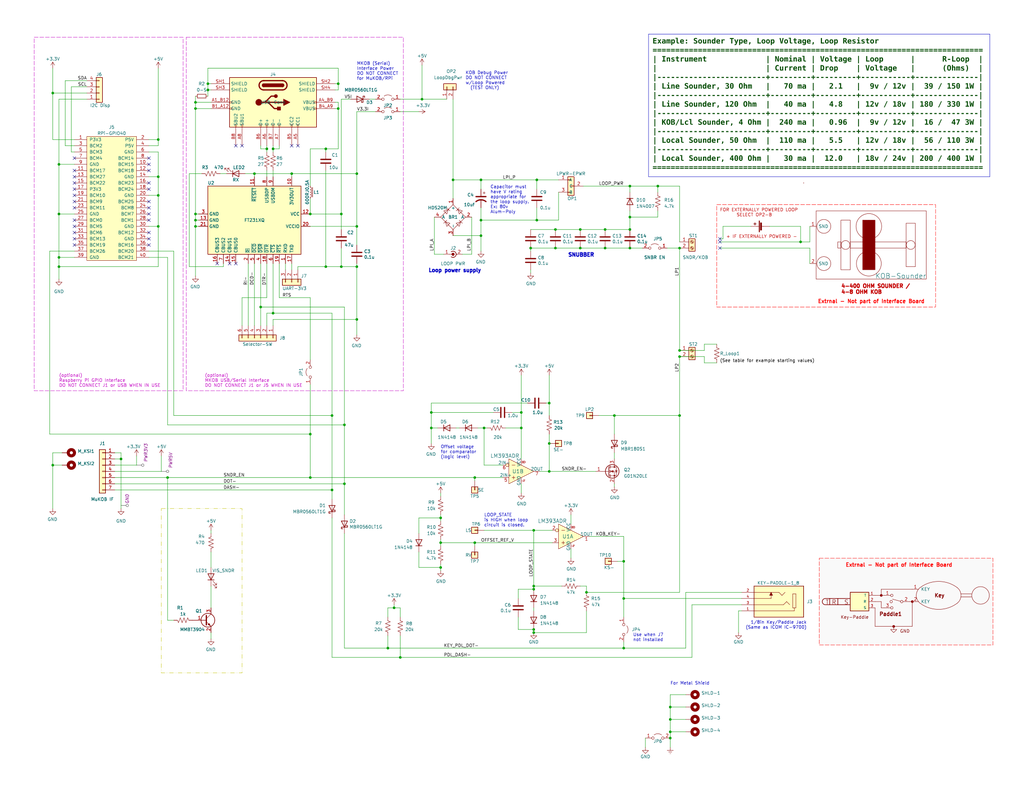
<source format=kicad_sch>
(kicad_sch (version 20230121) (generator eeschema)
  (paper "User" 419.1 323.85)
  (title_block (title "MuKOB / RPi / USB - KOB/Key/Paddle&Sounder IF MkV") (date "2024-08-03") (rev "1.0") (company "Silky-Design (AESilky)") (comment 1 "Copyright 2023-24 AESilky") (comment 3 "Ref: PiKOB Prototype Hat; Gregory Raven (2022)") (comment 4 "Ref: MorseKOB Loop Interface; Les Kerr (2007)"))
  (lib_symbols
    (symbol "AES_Library:AES-BridgeRect-HDS20M-13-1KV-2A"
      (property "Reference" "BR" (at 0 0 0))
      (property "Value" "HDS20M" (at -6.35 5.08 0))
      (symbol "AES-BridgeRect-HDS20M-13-1KV-2A_1_1"
        (pin passive line (at 7.62 0 180) (length 2.54) (name "+") (number "1"))
        (pin passive line (at 0 -7.62 90) (length 2.54) (name "A") (number "2"))
        (pin passive line (at -7.62 0 0) (length 2.54) (name "-") (number "3"))
        (pin passive line (at 0 7.62 270) (length 2.54) (name "A") (number "4"))
      )
    )
    (symbol "AES_Library:AES-CUI_SJ1-3534NG-audio-jack" (pin_names (offset 1.016))
      (property "Reference" "J" (at -10.16 6.35 0))
      (property "Value" "AES-CUI_SJ1-3534NG-audio-jack" (at -10.16 -10.16 0))
      (symbol "AES-CUI_SJ1-3534NG-audio-jack_0_0"
        (pin passive line (at 15.24 2.54 180) (length 5.08) (name "~") (number "1"))
        (pin passive line (at 15.24 -5.08 180) (length 5.08) (name "~") (number "2"))
        (pin passive line (at 15.24 0 180) (length 5.08) (name "~") (number "3"))
        (pin passive line (at 15.24 -2.54 180) (length 5.08) (name "~") (number "4"))
      )
    )
    (symbol "AES_Library:AES-Key-Telegraph" (pin_names (offset 1.016))
      (property "Reference" "U" (at -2.159 -3.683 0))
      (property "Value" "AES-Key-Telegraph" (at -0.635 0.127 0))
      (symbol "AES-Key-Telegraph_1_1"
        (pin input line (at -11.43 2.54 0) (length 2.54) (name "KEY") (number "1"))
        (pin input line (at -11.43 -2.54 0) (length 2.54) (name "KEY") (number "2"))
      )
    )
    (symbol "AES_Library:AES-LM393DR-dk_Linear-Comparators" (pin_names (offset 0))
      (property "Reference" "U" (at -3.81 6.35 0))
      (property "Value" "AES-LM393DR-dk_Linear-Comparators" (at 2.54 -5.08 0))
      (symbol "AES-LM393DR-dk_Linear-Comparators_1_1"
        (pin output line (at 7.62 0 180) (length 2.54) (name "1OUT") (number "1"))
        (pin input line (at -7.62 2.54 0) (length 1.27) (name "~") (number "2"))
        (pin input line (at -7.62 -2.54 0) (length 2.54) (name "~") (number "3"))
        (pin power_in line (at 0 -5.08 90) (length 2.54) (name "GND") (number "4"))
        (pin power_in line (at 0 5.08 270) (length 2.54) (name "VCC") (number "8"))
      )
      (symbol "AES-LM393DR-dk_Linear-Comparators_2_1"
        (pin power_in line (at 0 -5.08 90) (length 2.54) (name "GND") (number "4"))
        (pin input line (at -7.62 -2.54 0) (length 2.54) (name "2IN+") (number "5"))
        (pin input line (at -7.62 2.54 0) (length 1.27) (name "2IN-") (number "6"))
        (pin output line (at 7.62 0 180) (length 2.54) (name "2OUT") (number "7"))
        (pin power_in line (at 0 5.08 270) (length 2.54) (name "VCC") (number "8"))
      )
    )
    (symbol "AES_Library:AES-OX40HAT" (pin_names (offset 1.016))
      (property "Reference" "J" (at 8.89 2.54 0))
      (property "Value" "AES-OX40HAT" (at 0 2.54 0))
      (symbol "AES-OX40HAT_1_1"
        (pin bidirectional line (at -15.24 0 0) (length 5.08) (name "P3V3") (number "1"))
        (pin bidirectional line (at 15.24 -10.16 180) (length 5.08) (name "BCM15") (number "10"))
        (pin bidirectional line (at -15.24 -12.7 0) (length 5.08) (name "BCM17") (number "11"))
        (pin bidirectional line (at 15.24 -12.7 180) (length 5.08) (name "BCM18") (number "12"))
        (pin bidirectional line (at -15.24 -15.24 0) (length 5.08) (name "BCM27") (number "13"))
        (pin bidirectional line (at 15.24 -15.24 180) (length 5.08) (name "GND") (number "14"))
        (pin bidirectional line (at -15.24 -17.78 0) (length 5.08) (name "BCM22") (number "15"))
        (pin bidirectional line (at 15.24 -17.78 180) (length 5.08) (name "BCM23") (number "16"))
        (pin bidirectional line (at -15.24 -20.32 0) (length 5.08) (name "P3V3") (number "17"))
        (pin bidirectional line (at 15.24 -20.32 180) (length 5.08) (name "BCM24") (number "18"))
        (pin bidirectional line (at -15.24 -22.86 0) (length 5.08) (name "BCM10") (number "19"))
        (pin bidirectional line (at 15.24 0 180) (length 5.08) (name "P5V") (number "2"))
        (pin bidirectional line (at 15.24 -22.86 180) (length 5.08) (name "GND") (number "20"))
        (pin bidirectional line (at -15.24 -25.4 0) (length 5.08) (name "BCM9") (number "21"))
        (pin bidirectional line (at 15.24 -25.4 180) (length 5.08) (name "BCM25") (number "22"))
        (pin bidirectional line (at -15.24 -27.94 0) (length 5.08) (name "BCM11") (number "23"))
        (pin bidirectional line (at 15.24 -27.94 180) (length 5.08) (name "BCM8") (number "24"))
        (pin bidirectional line (at -15.24 -30.48 0) (length 5.08) (name "GND") (number "25"))
        (pin bidirectional line (at 15.24 -30.48 180) (length 5.08) (name "BCM7") (number "26"))
        (pin bidirectional line (at -15.24 -33.02 0) (length 5.08) (name "BCM0") (number "27"))
        (pin bidirectional line (at 15.24 -33.02 180) (length 5.08) (name "BCM1") (number "28"))
        (pin bidirectional line (at -15.24 -35.56 0) (length 5.08) (name "BCM5") (number "29"))
        (pin bidirectional line (at -15.24 -2.54 0) (length 5.08) (name "BCM2") (number "3"))
        (pin bidirectional line (at 15.24 -35.56 180) (length 5.08) (name "GND") (number "30"))
        (pin bidirectional line (at -15.24 -38.1 0) (length 5.08) (name "BCM6") (number "31"))
        (pin bidirectional line (at 15.24 -38.1 180) (length 5.08) (name "BCM12") (number "32"))
        (pin bidirectional line (at -15.24 -40.64 0) (length 5.08) (name "BCM13") (number "33"))
        (pin bidirectional line (at 15.24 -40.64 180) (length 5.08) (name "GND") (number "34"))
        (pin bidirectional line (at -15.24 -43.18 0) (length 5.08) (name "BCM19") (number "35"))
        (pin bidirectional line (at 15.24 -43.18 180) (length 5.08) (name "BCM16") (number "36"))
        (pin bidirectional line (at -15.24 -45.72 0) (length 5.08) (name "BCM26") (number "37"))
        (pin bidirectional line (at 15.24 -45.72 180) (length 5.08) (name "BCM20") (number "38"))
        (pin bidirectional line (at -15.24 -48.26 0) (length 5.08) (name "GND") (number "39"))
        (pin bidirectional line (at 15.24 -2.54 180) (length 5.08) (name "P5V") (number "4"))
        (pin bidirectional line (at 15.24 -48.26 180) (length 5.08) (name "BCM21") (number "40"))
        (pin bidirectional line (at -15.24 -5.08 0) (length 5.08) (name "BCM3") (number "5"))
        (pin bidirectional line (at 15.24 -5.08 180) (length 5.08) (name "GND") (number "6"))
        (pin bidirectional line (at -15.24 -7.62 0) (length 5.08) (name "BCM4") (number "7"))
        (pin bidirectional line (at 15.24 -7.62 180) (length 5.08) (name "BCM14") (number "8"))
        (pin bidirectional line (at -15.24 -10.16 0) (length 5.08) (name "GND") (number "9"))
      )
    )
    (symbol "AES_Library:AES-Option_A-B"
      (property "Reference" "OP" (at 0 0 0))
      (symbol "AES-Option_A-B_1_0"
        (pin passive line (at 5.08 -5.08 180) (length 3.81) (name "C") (number "2"))
      )
      (symbol "AES-Option_A-B_1_1"
        (pin passive line (at -5.08 -2.54 0) (length 3.81) (name "A") (number "1"))
        (pin passive line (at -5.08 -7.62 0) (length 3.81) (name "B") (number "3"))
      )
    )
    (symbol "AES_Library:AES-Sounder-Telegraph" (pin_names (offset 1.016))
      (property "Reference" "U" (at 7.62 10.16 0))
      (property "Value" "AES-Sounder-Telegraph" (at 13.97 -11.43 0))
      (symbol "AES-Sounder-Telegraph_1_1"
        (pin input line (at -24.13 7.62 0) (length 2.54) (name "SND") (number "1"))
        (pin input line (at -24.13 -7.62 0) (length 2.54) (name "SND") (number "2"))
      )
    )
    (symbol "AES_Library:AES-USB-C-Amph_GSB1C46X"
      (property "Reference" "J" (at 0 11.43 0))
      (symbol "AES-USB-C-Amph_GSB1C46X_1_1"
        (pin passive line (at -25.4 0 0) (length 7.62) (name "GND") (number "A1_B12"))
        (pin passive line (at 25.4 0 180) (length 7.62) (name "VBUS") (number "A4_B9"))
        (pin bidirectional line (at 10.16 -17.78 90) (length 7.62) (name "CC1") (number "A5"))
        (pin bidirectional line (at -2.54 -17.78 90) (length 7.62) (name "D+") (number "A6"))
        (pin bidirectional line (at 2.54 -17.78 90) (length 7.62) (name "D-") (number "A7"))
        (pin bidirectional line (at -12.7 -17.78 90) (length 7.62) (name "SBU1") (number "A8"))
        (pin passive line (at -25.4 -2.54 0) (length 7.62) (name "GND") (number "B1_A12"))
        (pin passive line (at 25.4 -2.54 180) (length 7.62) (name "VBUS") (number "B4_A9"))
        (pin bidirectional line (at 7.62 -17.78 90) (length 7.62) (name "CC2") (number "B5"))
        (pin bidirectional line (at -5.08 -17.78 90) (length 7.62) (name "D+") (number "B6"))
        (pin bidirectional line (at 0 -17.78 90) (length 7.62) (name "D-") (number "B7"))
        (pin bidirectional line (at -15.24 -17.78 90) (length 7.62) (name "SBU2") (number "B8"))
        (pin passive line (at -25.4 7.62 0) (length 7.62) (name "SHIELD") (number "SH1"))
        (pin passive line (at 25.4 7.62 180) (length 7.62) (name "SHIELD") (number "SH2"))
        (pin passive line (at -25.4 5.08 0) (length 7.62) (name "SHIELD") (number "SH3"))
        (pin passive line (at 25.4 5.08 180) (length 7.62) (name "SHIELD") (number "SH4"))
      )
    )
    (symbol "Audio-Plug-TRS:SP-TRS" (pin_names (offset 1.016))
      (property "Reference" "J-SP" (at 3.81 3.81 0))
      (property "Value" "SP-TRS" (at 2.54 -5.08 0))
      (symbol "SP-TRS_0_0"
        (text "R" (at 17.78 -1.27 0) (effects (font (size 1.778 1.778)) (justify right bottom)))
        (text "S" (at 12.7 -1.27 0) (effects (font (size 1.778 1.778)) (justify right bottom)))
        (text "T" (at 20.32 -1.27 0) (effects (font (size 1.778 1.778)) (justify right bottom)))
        (pin passive line (at 0 2.54 0) (length 2.54) (name "T") (number "1"))
        (pin passive line (at 0 0 0) (length 2.54) (name "R") (number "2"))
        (pin passive line (at 0 -2.54 0) (length 2.54) (name "S") (number "3"))
      )
    )
    (symbol "Connector:Conn_Coaxial_Power" (pin_names (offset 1.016) hide)
      (property "Reference" "J" (at -5.08 -1.27 90))
      (property "Value" "Conn_Coaxial_Power" (at -3.175 -1.27 90))
      (symbol "Conn_Coaxial_Power_1_1"
        (pin passive line (at 0 2.54 270) (length 2.54) (name "In") (number "1"))
        (pin passive line (at 0 -5.08 90) (length 2.54) (name "Ext") (number "2"))
      )
    )
    (symbol "Connector:Screw_Terminal_01x02" (pin_names (offset 1.016) hide)
      (property "Reference" "J" (at 0 2.54 0))
      (property "Value" "Screw_Terminal_01x02" (at 0 -5.08 0))
      (symbol "Screw_Terminal_01x02_1_1"
        (pin passive line (at -5.08 0 0) (length 3.81) (name "Pin_1") (number "1"))
        (pin passive line (at -5.08 -2.54 0) (length 3.81) (name "Pin_2") (number "2"))
      )
    )
    (symbol "Connector_Generic:Conn_01x02" (pin_names (offset 1.016) hide)
      (property "Reference" "J" (at 0 2.54 0))
      (property "Value" "Conn_01x02" (at 0 -5.08 0))
      (symbol "Conn_01x02_1_1"
        (pin passive line (at -5.08 0 0) (length 3.81) (name "Pin_1") (number "1"))
        (pin passive line (at -5.08 -2.54 0) (length 3.81) (name "Pin_2") (number "2"))
      )
    )
    (symbol "Connector_Generic:Conn_01x03" (pin_names (offset 1.016) hide)
      (property "Reference" "J" (at 0 5.08 0))
      (property "Value" "Conn_01x03" (at 0 -5.08 0))
      (symbol "Conn_01x03_1_1"
        (pin passive line (at -5.08 2.54 0) (length 3.81) (name "Pin_1") (number "1"))
        (pin passive line (at -5.08 0 0) (length 3.81) (name "Pin_2") (number "2"))
        (pin passive line (at -5.08 -2.54 0) (length 3.81) (name "Pin_3") (number "3"))
      )
    )
    (symbol "Connector_Generic:Conn_01x04" (pin_names (offset 1.016) hide)
      (property "Reference" "J" (at 0 5.08 0))
      (property "Value" "Conn_01x04" (at 0 -7.62 0))
      (symbol "Conn_01x04_1_1"
        (pin passive line (at -5.08 2.54 0) (length 3.81) (name "Pin_1") (number "1"))
        (pin passive line (at -5.08 0 0) (length 3.81) (name "Pin_2") (number "2"))
        (pin passive line (at -5.08 -2.54 0) (length 3.81) (name "Pin_3") (number "3"))
        (pin passive line (at -5.08 -5.08 0) (length 3.81) (name "Pin_4") (number "4"))
      )
    )
    (symbol "Connector_Generic:Conn_01x06" (pin_names (offset 1.016) hide)
      (property "Reference" "J" (at 0 7.62 0))
      (property "Value" "Conn_01x06" (at 0 -10.16 0))
      (symbol "Conn_01x06_1_1"
        (pin passive line (at -5.08 5.08 0) (length 3.81) (name "Pin_1") (number "1"))
        (pin passive line (at -5.08 2.54 0) (length 3.81) (name "Pin_2") (number "2"))
        (pin passive line (at -5.08 0 0) (length 3.81) (name "Pin_3") (number "3"))
        (pin passive line (at -5.08 -2.54 0) (length 3.81) (name "Pin_4") (number "4"))
        (pin passive line (at -5.08 -5.08 0) (length 3.81) (name "Pin_5") (number "5"))
        (pin passive line (at -5.08 -7.62 0) (length 3.81) (name "Pin_6") (number "6"))
      )
    )
    (symbol "Connector_Generic:Conn_01x07" (pin_names (offset 1.016) hide)
      (property "Reference" "J" (at 0 10.16 0))
      (property "Value" "Conn_01x07" (at 0 -10.16 0))
      (symbol "Conn_01x07_1_1"
        (pin passive line (at -5.08 7.62 0) (length 3.81) (name "Pin_1") (number "1"))
        (pin passive line (at -5.08 5.08 0) (length 3.81) (name "Pin_2") (number "2"))
        (pin passive line (at -5.08 2.54 0) (length 3.81) (name "Pin_3") (number "3"))
        (pin passive line (at -5.08 0 0) (length 3.81) (name "Pin_4") (number "4"))
        (pin passive line (at -5.08 -2.54 0) (length 3.81) (name "Pin_5") (number "5"))
        (pin passive line (at -5.08 -5.08 0) (length 3.81) (name "Pin_6") (number "6"))
        (pin passive line (at -5.08 -7.62 0) (length 3.81) (name "Pin_7") (number "7"))
      )
    )
    (symbol "Device:Battery_Cell" (pin_numbers hide) (pin_names (offset 0) hide)
      (property "Reference" "BT" (at 2.54 2.54 0))
      (property "Value" "Battery_Cell" (at 2.54 0 0))
      (symbol "Battery_Cell_1_1"
        (pin passive line (at 0 5.08 270) (length 2.54) (name "+") (number "1"))
        (pin passive line (at 0 -2.54 90) (length 2.54) (name "-") (number "2"))
      )
    )
    (symbol "Device:C" (pin_numbers hide) (pin_names (offset 0.254))
      (property "Reference" "C" (at 0.635 2.54 0))
      (property "Value" "C" (at 0.635 -2.54 0))
      (symbol "C_1_1"
        (pin passive line (at 0 3.81 270) (length 2.794) (name "~") (number "1"))
        (pin passive line (at 0 -3.81 90) (length 2.794) (name "~") (number "2"))
      )
    )
    (symbol "Device:C_Polarized_US" (pin_numbers hide) (pin_names (offset 0.254) hide)
      (property "Reference" "C" (at 0.635 2.54 0))
      (property "Value" "C_Polarized_US" (at 0.635 -2.54 0))
      (symbol "C_Polarized_US_1_1"
        (pin passive line (at 0 3.81 270) (length 2.794) (name "~") (number "1"))
        (pin passive line (at 0 -3.81 90) (length 3.302) (name "~") (number "2"))
      )
    )
    (symbol "Device:LED" (pin_numbers hide) (pin_names (offset 1.016) hide)
      (property "Reference" "D" (at 0 2.54 0))
      (property "Value" "LED" (at 0 -2.54 0))
      (symbol "LED_1_1"
        (pin passive line (at -3.81 0 0) (length 2.54) (name "K") (number "1"))
        (pin passive line (at 3.81 0 180) (length 2.54) (name "A") (number "2"))
      )
    )
    (symbol "Device:L_Ferrite_Small" (pin_numbers hide) (pin_names (offset 0.254) hide)
      (property "Reference" "L" (at 1.27 1.016 0))
      (property "Value" "L_Ferrite_Small" (at 1.27 -1.27 0))
      (symbol "L_Ferrite_Small_1_1"
        (pin passive line (at 0 2.54 270) (length 0.508) (name "~") (number "1"))
        (pin passive line (at 0 -2.54 90) (length 0.508) (name "~") (number "2"))
      )
    )
    (symbol "Device:R_Small" (pin_numbers hide) (pin_names (offset 0.254) hide)
      (property "Reference" "R" (at 0.762 0.508 0))
      (property "Value" "R_Small" (at 0.762 -1.016 0))
      (symbol "R_Small_1_1"
        (pin passive line (at 0 2.54 270) (length 0.762) (name "~") (number "1"))
        (pin passive line (at 0 -2.54 90) (length 0.762) (name "~") (number "2"))
      )
    )
    (symbol "Device:R_US" (pin_numbers hide) (pin_names (offset 0))
      (property "Reference" "R" (at 2.54 0 90))
      (property "Value" "R_US" (at -2.54 0 90))
      (symbol "R_US_1_1"
        (pin passive line (at 0 3.81 270) (length 1.27) (name "~") (number "1"))
        (pin passive line (at 0 -3.81 90) (length 1.27) (name "~") (number "2"))
      )
    )
    (symbol "Diode:1N4004" (pin_numbers hide) (pin_names hide)
      (property "Reference" "D" (at 0 2.54 0))
      (property "Value" "1N4004" (at 0 -2.54 0))
      (symbol "1N4004_1_1"
        (pin passive line (at -3.81 0 0) (length 2.54) (name "K") (number "1"))
        (pin passive line (at 3.81 0 180) (length 2.54) (name "A") (number "2"))
      )
    )
    (symbol "Diode:MBR0560" (pin_numbers hide) (pin_names (offset 1.016) hide)
      (property "Reference" "D" (at 0 2.54 0))
      (property "Value" "MBR0560" (at 0 -2.54 0))
      (symbol "MBR0560_1_1"
        (pin passive line (at -3.81 0 0) (length 2.54) (name "K") (number "1"))
        (pin passive line (at 3.81 0 180) (length 2.54) (name "A") (number "2"))
      )
    )
    (symbol "Diode:MBR0580" (pin_numbers hide) (pin_names (offset 1.016) hide)
      (property "Reference" "D" (at 0 2.54 0))
      (property "Value" "MBR0580" (at 0 -2.54 0))
      (symbol "MBR0580_1_1"
        (pin passive line (at -3.81 0 0) (length 2.54) (name "K") (number "1"))
        (pin passive line (at 3.81 0 180) (length 2.54) (name "A") (number "2"))
      )
    )
    (symbol "Interface_USB:FT231XQ"
      (property "Reference" "U" (at -13.97 20.32 0))
      (property "Value" "FT231XQ" (at 6.35 20.32 0))
      (symbol "FT231XQ_1_1"
        (pin input line (at 17.78 12.7 180) (length 3.81) (name "RXD") (number "1"))
        (pin power_out line (at -17.78 15.24 0) (length 3.81) (name "3V3OUT") (number "10"))
        (pin input line (at -17.78 0 0) (length 3.81) (name "~{RESET}") (number "11"))
        (pin power_in line (at -2.54 22.86 270) (length 3.81) (name "VCC") (number "12"))
        (pin power_in line (at 0 -22.86 90) (length 3.81) (name "GND") (number "13"))
        (pin bidirectional line (at 17.78 -10.16 180) (length 3.81) (name "CBUS1") (number "14"))
        (pin bidirectional line (at 17.78 -7.62 180) (length 3.81) (name "CBUS0") (number "15"))
        (pin bidirectional line (at 17.78 -15.24 180) (length 3.81) (name "CBUS3") (number "16"))
        (pin output line (at 17.78 15.24 180) (length 3.81) (name "TXD") (number "17"))
        (pin output line (at 17.78 5.08 180) (length 3.81) (name "~{DTR}") (number "18"))
        (pin output line (at 17.78 10.16 180) (length 3.81) (name "~{RTS}") (number "19"))
        (pin input line (at 17.78 -2.54 180) (length 3.81) (name "~{RI}") (number "2"))
        (pin power_in line (at 2.54 22.86 270) (length 3.81) (name "VCCIO") (number "20"))
        (pin power_in line (at 2.54 -22.86 90) (length 3.81) (name "GND") (number "21"))
        (pin power_in line (at -2.54 -22.86 90) (length 3.81) (name "GND") (number "3"))
        (pin input line (at 17.78 2.54 180) (length 3.81) (name "~{DSR}") (number "4"))
        (pin input line (at 17.78 0 180) (length 3.81) (name "~{DCD}") (number "5"))
        (pin input line (at 17.78 7.62 180) (length 3.81) (name "~{CTS}") (number "6"))
        (pin bidirectional line (at 17.78 -12.7 180) (length 3.81) (name "CBUS2") (number "7"))
        (pin bidirectional line (at -17.78 5.08 0) (length 3.81) (name "USBDP") (number "8"))
        (pin bidirectional line (at -17.78 7.62 0) (length 3.81) (name "USBDM") (number "9"))
      )
    )
    (symbol "Jumper:Jumper_2_Open" (pin_names (offset 0) hide)
      (property "Reference" "JP" (at 0 2.794 0))
      (property "Value" "Jumper_2_Open" (at 0 -2.286 0))
      (symbol "Jumper_2_Open_1_1"
        (pin passive line (at -5.08 0 0) (length 2.54) (name "A") (number "1"))
        (pin passive line (at 5.08 0 180) (length 2.54) (name "B") (number "2"))
      )
    )
    (symbol "Mechanical:MountingHole_Pad" (pin_numbers hide) (pin_names (offset 1.016) hide)
      (property "Reference" "H" (at 0 6.35 0))
      (property "Value" "MountingHole_Pad" (at 0 4.445 0))
      (symbol "MountingHole_Pad_1_1"
        (pin input line (at 0 -2.54 90) (length 2.54) (name "1") (number "1"))
      )
    )
    (symbol "Switch:SW_SPDT_MSM" (pin_names (offset 0) hide)
      (property "Reference" "SW" (at 0 5.08 0))
      (property "Value" "SW_SPDT_MSM" (at 0 -5.08 0))
      (symbol "SW_SPDT_MSM_1_1"
        (pin passive line (at 5.08 2.54 180) (length 2.54) (name "1") (number "1"))
        (pin passive line (at -5.08 0 0) (length 2.54) (name "2") (number "2"))
        (pin passive line (at 5.08 -2.54 180) (length 2.54) (name "3") (number "3"))
      )
    )
    (symbol "Test_point_Jump:TP_01" (pin_numbers hide) (pin_names (offset 0) hide)
      (property "Reference" "TP" (at 0 2.54 0))
      (property "Value" "Test_Point_01" (at 0 -2.54 0))
      (symbol "TP_01_1_1"
        (pin passive line (at -3.81 0 0) (length 3.81) (name "Pin_1") (number "1"))
      )
    )
    (symbol "Transistor_BJT:MMBT3904" (pin_names (offset 0) hide)
      (property "Reference" "Q" (at 5.08 1.905 0))
      (property "Value" "MMBT3904" (at 5.08 0 0))
      (symbol "MMBT3904_1_1"
        (pin input line (at -5.08 0 0) (length 5.715) (name "B") (number "1"))
        (pin passive line (at 2.54 -5.08 90) (length 2.54) (name "E") (number "2"))
        (pin passive line (at 2.54 5.08 270) (length 2.54) (name "C") (number "3"))
      )
    )
    (symbol "Transistor_FET:2N7002" (pin_names hide)
      (property "Reference" "Q" (at 5.08 1.905 0))
      (property "Value" "2N7002" (at 5.08 0 0))
      (symbol "2N7002_1_1"
        (pin input line (at -5.08 0 0) (length 2.54) (name "G") (number "1"))
        (pin passive line (at 2.54 -5.08 90) (length 2.54) (name "S") (number "2"))
        (pin passive line (at 2.54 5.08 270) (length 2.54) (name "D") (number "3"))
      )
    )
    (symbol "power:+3.3V" (power) (pin_names (offset 0))
      (property "Value" "+3.3V" (at 0 3.556 0))
      (symbol "+3.3V_1_1"
        (pin power_in line (at 0 0 90) (length 0) hide (name "+3.3V") (number "1"))
      )
    )
    (symbol "power:+5V" (power) (pin_names (offset 0))
      (property "Value" "+5V" (at 0 3.556 0))
      (symbol "+5V_1_1"
        (pin power_in line (at 0 0 90) (length 0) hide (name "+5V") (number "1"))
      )
    )
    (symbol "power:Earth" (power) (pin_names (offset 0))
      (symbol "Earth_1_1"
        (pin power_in line (at 0 0 270) (length 0) hide (name "Earth") (number "1"))
      )
    )
    (symbol "power:GND" (power) (pin_names (offset 0))
      (property "Value" "GND" (at 0 -3.81 0))
      (symbol "GND_1_1"
        (pin power_in line (at 0 0 270) (length 0) hide (name "GND") (number "1"))
      )
    )
  )
  (junction (at 127 195.58))
  (junction (at 146.05 71.12))
  (junction (at 224.79 165.1))
  (junction (at 111.76 60.96))
  (junction (at 247.65 93.98))
  (junction (at 64.77 92.71))
  (junction (at 163.83 269.24))
  (junction (at 257.81 76.2))
  (junction (at 138.43 44.45))
  (junction (at 255.27 229.87))
  (junction (at 327.66 99.06))
  (junction (at 127 87.63))
  (junction (at 138.43 34.29))
  (junction (at 140.97 198.12))
  (junction (at 64.77 80.01))
  (junction (at 24.13 105.41))
  (junction (at 278.13 143.51))
  (junction (at 247.65 101.6))
  (junction (at 251.46 170.18))
  (junction (at 218.44 257.81))
  (junction (at 161.29 248.92))
  (junction (at 172.72 40.64))
  (junction (at 80.01 92.71))
  (junction (at 360.68 243.84) (color 132 0 0 1))
  (junction (at 255.27 245.11))
  (junction (at 278.13 170.18))
  (junction (at 218.44 259.08))
  (junction (at 180.34 222.25))
  (junction (at 257.81 93.98))
  (junction (at 80.01 41.91))
  (junction (at 278.13 101.6))
  (junction (at 135.89 200.66))
  (junction (at 80.01 44.45))
  (junction (at 227.33 101.6))
  (junction (at 194.31 222.25))
  (junction (at 106.68 125.73))
  (junction (at 274.32 289.56))
  (junction (at 224.79 181.61))
  (junction (at 185.42 73.66))
  (junction (at 21.59 38.1))
  (junction (at 224.79 193.04))
  (junction (at 278.13 146.05))
  (junction (at 104.14 71.12))
  (junction (at 119.38 71.12))
  (junction (at 24.13 67.31))
  (junction (at 111.76 128.27))
  (junction (at 127 177.8))
  (junction (at 196.85 73.66))
  (junction (at 218.44 217.17))
  (junction (at 196.85 96.52))
  (junction (at 21.59 190.5))
  (junction (at 365.76 256.54) (color 132 0 0 1))
  (junction (at 218.44 241.3))
  (junction (at 133.35 60.96))
  (junction (at 219.71 73.66))
  (junction (at 274.32 294.64))
  (junction (at 146.05 92.71))
  (junction (at 180.34 212.09))
  (junction (at 49.53 187.96))
  (junction (at 140.97 173.99))
  (junction (at 146.05 109.22))
  (junction (at 237.49 93.98))
  (junction (at 85.09 36.83))
  (junction (at 85.09 34.29))
  (junction (at 64.77 57.15))
  (junction (at 257.81 101.6))
  (junction (at 213.36 175.26))
  (junction (at 217.17 101.6))
  (junction (at 109.22 60.96))
  (junction (at 219.71 90.17))
  (junction (at 176.53 168.91))
  (junction (at 68.58 195.58))
  (junction (at 373.38 246.38) (color 132 0 0 1))
  (junction (at 80.01 90.17))
  (junction (at 196.85 90.17))
  (junction (at 180.34 232.41))
  (junction (at 194.31 195.58))
  (junction (at 274.32 299.72))
  (junction (at 218.44 240.03))
  (junction (at 135.89 170.18))
  (junction (at 198.12 175.26))
  (junction (at 139.7 87.63))
  (junction (at 158.75 265.43))
  (junction (at 257.81 88.9))
  (junction (at 146.05 130.81))
  (junction (at 24.13 87.63))
  (junction (at 64.77 72.39))
  (junction (at 133.35 109.22))
  (junction (at 269.24 76.2))
  (junction (at 227.33 93.98))
  (junction (at 237.49 101.6))
  (junction (at 24.13 109.22))
  (junction (at 255.27 265.43))
  (junction (at 80.01 87.63))
  (junction (at 176.53 175.26))
  (junction (at 139.7 109.22))
  (junction (at 213.36 168.91))
  (junction (at 274.32 302.26))
  (junction (at 240.03 242.57))
  (no_connect (at 60.96 87.63))
  (no_connect (at 294.64 101.6))
  (no_connect (at 60.96 82.55))
  (no_connect (at 99.06 59.69))
  (no_connect (at 121.92 59.69))
  (no_connect (at 60.96 85.09))
  (no_connect (at 294.64 97.79))
  (no_connect (at 30.48 69.85))
  (no_connect (at 30.48 97.79))
  (no_connect (at 60.96 95.25))
  (no_connect (at 30.48 64.77))
  (no_connect (at 30.48 74.93))
  (no_connect (at 60.96 69.85))
  (no_connect (at 96.52 107.95))
  (no_connect (at 60.96 90.17))
  (no_connect (at 96.52 59.69))
  (no_connect (at 60.96 97.79))
  (no_connect (at 30.48 80.01))
  (no_connect (at 60.96 100.33))
  (no_connect (at 30.48 92.71))
  (no_connect (at 60.96 64.77))
  (no_connect (at 30.48 90.17))
  (no_connect (at 60.96 74.93))
  (no_connect (at 30.48 77.47))
  (no_connect (at 30.48 95.25))
  (no_connect (at 294.64 99.06))
  (no_connect (at 88.9 107.95))
  (no_connect (at 60.96 67.31))
  (no_connect (at 30.48 82.55))
  (no_connect (at 93.98 107.95))
  (no_connect (at 30.48 100.33))
  (no_connect (at 30.48 85.09))
  (no_connect (at 119.38 59.69))
  (no_connect (at 30.48 72.39))
  (no_connect (at 60.96 77.47))
  (wire (pts (xy 212.09 252.73) (xy 212.09 257.81)))
  (wire (pts (xy 237.49 93.98) (xy 247.65 93.98)))
  (wire (pts (xy 60.96 80.01) (xy 64.77 80.01)))
  (wire (pts (xy 24.13 105.41) (xy 30.48 105.41)))
  (wire (pts (xy 238.76 76.2) (xy 257.81 76.2)))
  (wire (pts (xy 85.09 27.94) (xy 85.09 34.29)))
  (wire (pts (xy 274.32 289.56) (xy 280.67 289.56)))
  (wire (pts (xy 251.46 170.18) (xy 278.13 170.18)))
  (wire (pts (xy 180.34 220.98) (xy 180.34 222.25)))
  (wire (pts (xy 133.35 109.22) (xy 139.7 109.22)))
  (wire (pts (xy 86.36 34.29) (xy 85.09 34.29)))
  (wire (pts (xy 227.33 101.6) (xy 237.49 101.6)))
  (wire (pts (xy 180.34 222.25) (xy 194.31 222.25)))
  (wire (pts (xy 269.24 76.2) (xy 269.24 78.74)))
  (wire (pts (xy 360.68 248.92) (xy 360.68 246.38)) (stroke (width 0) (color 132 0 0 1)))
  (wire (pts (xy 278.13 76.2) (xy 269.24 76.2)))
  (wire (pts (xy 66.04 193.04) (xy 46.99 193.04)))
  (wire (pts (xy 219.71 85.09) (xy 219.71 90.17)))
  (wire (pts (xy 106.68 59.69) (xy 106.68 60.96)))
  (wire (pts (xy 109.22 69.85) (xy 109.22 72.39)))
  (wire (pts (xy 68.58 173.99) (xy 140.97 173.99)))
  (wire (pts (xy 140.97 173.99) (xy 140.97 198.12)))
  (wire (pts (xy 264.16 302.26) (xy 264.16 306.07)))
  (wire (pts (xy 196.85 73.66) (xy 196.85 77.47)))
  (wire (pts (xy 71.12 102.87) (xy 71.12 170.18)))
  (wire (pts (xy 176.53 165.1) (xy 176.53 168.91)))
  (wire (pts (xy 185.42 96.52) (xy 196.85 96.52)))
  (wire (pts (xy 60.96 105.41) (xy 68.58 105.41)))
  (wire (pts (xy 21.59 185.42) (xy 21.59 190.5)))
  (wire (pts (xy 237.49 101.6) (xy 247.65 101.6)))
  (wire (pts (xy 46.99 187.96) (xy 49.53 187.96)))
  (wire (pts (xy 255.27 219.71) (xy 255.27 229.87)))
  (wire (pts (xy 80.01 87.63) (xy 80.01 90.17)))
  (wire (pts (xy 257.81 86.36) (xy 257.81 88.9)))
  (wire (pts (xy 24.13 40.64) (xy 24.13 67.31)))
  (wire (pts (xy 215.9 165.1) (xy 176.53 165.1)))
  (wire (pts (xy 146.05 107.95) (xy 146.05 109.22)))
  (wire (pts (xy 171.45 226.06) (xy 171.45 232.41)))
  (wire (pts (xy 86.36 226.06) (xy 86.36 232.41)))
  (wire (pts (xy 233.68 210.82) (xy 233.68 214.63)))
  (wire (pts (xy 180.34 232.41) (xy 180.34 233.68)))
  (wire (pts (xy 21.59 57.15) (xy 30.48 57.15)))
  (wire (pts (xy 251.46 170.18) (xy 251.46 177.8)))
  (wire (pts (xy 116.84 107.95) (xy 116.84 110.49)))
  (wire (pts (xy 24.13 105.41) (xy 24.13 109.22)))
  (wire (pts (xy 68.58 254) (xy 71.12 254)))
  (wire (pts (xy 114.3 59.69) (xy 114.3 60.96)))
  (wire (pts (xy 99.06 121.92) (xy 99.06 133.35)))
  (wire (pts (xy 213.36 198.12) (xy 213.36 201.93)))
  (wire (pts (xy 176.53 175.26) (xy 179.07 175.26)))
  (wire (pts (xy 302.26 250.19) (xy 302.26 259.08)))
  (wire (pts (xy 217.17 93.98) (xy 227.33 93.98)))
  (wire (pts (xy 146.05 130.81) (xy 146.05 137.16)))
  (wire (pts (xy 68.58 195.58) (xy 68.58 254)))
  (wire (pts (xy 171.45 218.44) (xy 171.45 212.09)))
  (wire (pts (xy 55.88 186.69) (xy 55.88 190.5)))
  (wire (pts (xy 373.38 241.3) (xy 360.68 241.3)) (stroke (width 0) (color 132 0 0 1)))
  (wire (pts (xy 273.05 101.6) (xy 278.13 101.6)))
  (wire (pts (xy 365.76 256.54) (xy 373.38 256.54)) (stroke (width 0) (color 132 0 0 1)))
  (wire (pts (xy 46.99 198.12) (xy 140.97 198.12)))
  (wire (pts (xy 274.32 289.56) (xy 274.32 294.64)))
  (wire (pts (xy 212.09 257.81) (xy 218.44 257.81)))
  (wire (pts (xy 60.96 92.71) (xy 64.77 92.71)))
  (wire (pts (xy 224.79 193.04) (xy 243.84 193.04)))
  (wire (pts (xy 26.67 33.02) (xy 35.56 33.02)))
  (wire (pts (xy 24.13 109.22) (xy 24.13 114.3)))
  (wire (pts (xy 138.43 36.83) (xy 138.43 34.29)))
  (wire (pts (xy 137.16 44.45) (xy 138.43 44.45)))
  (wire (pts (xy 251.46 198.12) (xy 251.46 199.39)))
  (wire (pts (xy 194.31 222.25) (xy 194.31 223.52)))
  (wire (pts (xy 252.73 229.87) (xy 255.27 229.87)))
  (wire (pts (xy 163.83 45.72) (xy 171.45 45.72)))
  (wire (pts (xy 140.97 125.73) (xy 140.97 173.99)))
  (wire (pts (xy 66.04 186.69) (xy 66.04 193.04)))
  (wire (pts (xy 193.04 88.9) (xy 193.04 104.14)))
  (wire (pts (xy 280.67 242.57) (xy 303.53 242.57)))
  (wire (pts (xy 77.47 71.12) (xy 77.47 109.22)))
  (wire (pts (xy 119.38 71.12) (xy 146.05 71.12)))
  (wire (pts (xy 177.8 104.14) (xy 181.61 104.14)))
  (wire (pts (xy 240.03 240.03) (xy 240.03 242.57)))
  (wire (pts (xy 283.21 247.65) (xy 283.21 269.24)))
  (wire (pts (xy 196.85 85.09) (xy 196.85 90.17)))
  (wire (pts (xy 24.13 87.63) (xy 24.13 105.41)))
  (wire (pts (xy 193.04 104.14) (xy 189.23 104.14)))
  (wire (pts (xy 278.13 143.51) (xy 288.29 143.51)))
  (wire (pts (xy 127 60.96) (xy 127 76.2)))
  (wire (pts (xy 220.98 193.04) (xy 224.79 193.04)))
  (wire (pts (xy 106.68 125.73) (xy 140.97 125.73)))
  (wire (pts (xy 224.79 165.1) (xy 224.79 170.18)))
  (wire (pts (xy 257.81 76.2) (xy 269.24 76.2)))
  (wire (pts (xy 185.42 73.66) (xy 185.42 81.28)))
  (wire (pts (xy 180.34 210.82) (xy 180.34 212.09)))
  (wire (pts (xy 218.44 240.03) (xy 229.87 240.03)))
  (wire (pts (xy 121.92 110.49) (xy 121.92 109.22)))
  (wire (pts (xy 257.81 88.9) (xy 257.81 93.98)))
  (wire (pts (xy 224.79 153.67) (xy 224.79 165.1)))
  (wire (pts (xy 158.75 265.43) (xy 255.27 265.43)))
  (wire (pts (xy 30.48 62.23) (xy 29.21 62.23)))
  (wire (pts (xy 137.16 34.29) (xy 138.43 34.29)))
  (wire (pts (xy 365.76 256.54) (xy 358.14 256.54)) (stroke (width 0) (color 132 0 0 1)))
  (wire (pts (xy 218.44 257.81) (xy 218.44 259.08)))
  (wire (pts (xy 360.68 241.3) (xy 360.68 243.84)) (stroke (width 0) (color 132 0 0 1)))
  (wire (pts (xy 171.45 232.41) (xy 180.34 232.41)))
  (wire (pts (xy 223.52 165.1) (xy 224.79 165.1)))
  (wire (pts (xy 86.36 217.17) (xy 86.36 218.44)))
  (wire (pts (xy 137.16 36.83) (xy 138.43 36.83)))
  (wire (pts (xy 218.44 217.17) (xy 226.06 217.17)))
  (wire (pts (xy 185.42 73.66) (xy 196.85 73.66)))
  (wire (pts (xy 280.67 265.43) (xy 255.27 265.43)))
  (wire (pts (xy 114.3 121.92) (xy 127 121.92)))
  (wire (pts (xy 140.97 218.44) (xy 140.97 265.43)))
  (wire (pts (xy 139.7 101.6) (xy 139.7 109.22)))
  (wire (pts (xy 224.79 181.61) (xy 224.79 193.04)))
  (wire (pts (xy 46.99 190.5) (xy 55.88 190.5)))
  (wire (pts (xy 77.47 109.22) (xy 91.44 109.22)))
  (wire (pts (xy 196.85 102.87) (xy 196.85 96.52)))
  (wire (pts (xy 68.58 195.58) (xy 127 195.58)))
  (wire (pts (xy 111.76 130.81) (xy 146.05 130.81)))
  (wire (pts (xy 127 195.58) (xy 194.31 195.58)))
  (wire (pts (xy 358.14 243.84) (xy 360.68 243.84)) (stroke (width 0) (color 132 0 0 1)))
  (wire (pts (xy 163.83 260.35) (xy 163.83 269.24)))
  (wire (pts (xy 20.32 177.8) (xy 127 177.8)))
  (wire (pts (xy 251.46 185.42) (xy 251.46 187.96)))
  (wire (pts (xy 163.83 269.24) (xy 283.21 269.24)))
  (wire (pts (xy 278.13 146.05) (xy 278.13 170.18)))
  (wire (pts (xy 274.32 284.48) (xy 274.32 289.56)))
  (wire (pts (xy 46.99 195.58) (xy 68.58 195.58)))
  (wire (pts (xy 227.33 93.98) (xy 237.49 93.98)))
  (wire (pts (xy 133.35 69.85) (xy 133.35 109.22)))
  (wire (pts (xy 151.13 40.64) (xy 153.67 40.64)))
  (wire (pts (xy 106.68 107.95) (xy 106.68 125.73)))
  (wire (pts (xy 274.32 302.26) (xy 274.32 306.07)))
  (wire (pts (xy 25.4 185.42) (xy 21.59 185.42)))
  (wire (pts (xy 218.44 217.17) (xy 218.44 240.03)))
  (wire (pts (xy 257.81 101.6) (xy 262.89 101.6)))
  (wire (pts (xy 209.55 168.91) (xy 213.36 168.91)))
  (wire (pts (xy 20.32 102.87) (xy 20.32 177.8)))
  (wire (pts (xy 198.12 190.5) (xy 205.74 190.5)))
  (wire (pts (xy 180.34 212.09) (xy 180.34 213.36)))
  (wire (pts (xy 71.12 170.18) (xy 135.89 170.18)))
  (wire (pts (xy 109.22 128.27) (xy 109.22 133.35)))
  (wire (pts (xy 29.21 35.56) (xy 35.56 35.56)))
  (wire (pts (xy 64.77 80.01) (xy 64.77 92.71)))
  (wire (pts (xy 288.29 148.59) (xy 288.29 146.05)))
  (wire (pts (xy 21.59 190.5) (xy 25.4 190.5)))
  (wire (pts (xy 135.89 269.24) (xy 163.83 269.24)))
  (wire (pts (xy 24.13 109.22) (xy 64.77 109.22)))
  (wire (pts (xy 30.48 59.69) (xy 26.67 59.69)))
  (wire (pts (xy 163.83 252.73) (xy 163.83 248.92)))
  (wire (pts (xy 135.89 128.27) (xy 135.89 170.18)))
  (wire (pts (xy 64.77 62.23) (xy 64.77 72.39)))
  (wire (pts (xy 274.32 299.72) (xy 280.67 299.72)))
  (wire (pts (xy 247.65 101.6) (xy 257.81 101.6)))
  (wire (pts (xy 314.96 92.71) (xy 327.66 92.71)))
  (wire (pts (xy 80.01 39.37) (xy 80.01 41.91)))
  (wire (pts (xy 80.01 90.17) (xy 80.01 92.71)))
  (wire (pts (xy 218.44 241.3) (xy 218.44 240.03)))
  (wire (pts (xy 161.29 248.92) (xy 158.75 248.92)))
  (wire (pts (xy 219.71 73.66) (xy 228.6 73.66)))
  (wire (pts (xy 127 60.96) (xy 133.35 60.96)))
  (wire (pts (xy 269.24 86.36) (xy 269.24 88.9)))
  (wire (pts (xy 195.58 175.26) (xy 198.12 175.26)))
  (wire (pts (xy 140.97 265.43) (xy 158.75 265.43)))
  (wire (pts (xy 245.11 170.18) (xy 251.46 170.18)))
  (wire (pts (xy 255.27 229.87) (xy 255.27 245.11)))
  (wire (pts (xy 133.35 62.23) (xy 133.35 60.96)))
  (wire (pts (xy 119.38 71.12) (xy 119.38 72.39)))
  (wire (pts (xy 146.05 45.72) (xy 146.05 71.12)))
  (wire (pts (xy 274.32 294.64) (xy 280.67 294.64)))
  (wire (pts (xy 104.14 107.95) (xy 104.14 133.35)))
  (wire (pts (xy 213.36 175.26) (xy 213.36 187.96)))
  (wire (pts (xy 293.37 140.97) (xy 288.29 140.97)))
  (wire (pts (xy 140.97 198.12) (xy 140.97 210.82)))
  (wire (pts (xy 146.05 45.72) (xy 153.67 45.72)))
  (wire (pts (xy 331.47 92.71) (xy 331.47 99.06)))
  (wire (pts (xy 194.31 195.58) (xy 205.74 195.58)))
  (wire (pts (xy 24.13 67.31) (xy 24.13 87.63)))
  (wire (pts (xy 49.53 187.96) (xy 49.53 208.28)))
  (wire (pts (xy 127 121.92) (xy 127 147.32)))
  (wire (pts (xy 294.64 97.79) (xy 295.91 97.79)))
  (wire (pts (xy 218.44 248.92) (xy 218.44 250.19)))
  (wire (pts (xy 46.99 200.66) (xy 135.89 200.66)))
  (wire (pts (xy 295.91 97.79) (xy 295.91 92.71)))
  (wire (pts (xy 278.13 170.18) (xy 278.13 242.57)))
  (wire (pts (xy 180.34 222.25) (xy 180.34 223.52)))
  (wire (pts (xy 360.68 248.92) (xy 361.95 248.92)) (stroke (width 0) (color 132 0 0 1)))
  (wire (pts (xy 373.38 256.54) (xy 373.38 246.38)) (stroke (width 0) (color 132 0 0 1)))
  (wire (pts (xy 240.03 240.03) (xy 237.49 240.03)))
  (wire (pts (xy 104.14 71.12) (xy 119.38 71.12)))
  (wire (pts (xy 21.59 57.15) (xy 21.59 38.1)))
  (wire (pts (xy 217.17 101.6) (xy 227.33 101.6)))
  (wire (pts (xy 109.22 121.92) (xy 99.06 121.92)))
  (wire (pts (xy 139.7 109.22) (xy 146.05 109.22)))
  (wire (pts (xy 135.89 212.09) (xy 135.89 269.24)))
  (wire (pts (xy 257.81 88.9) (xy 269.24 88.9)))
  (wire (pts (xy 278.13 101.6) (xy 278.13 143.51)))
  (wire (pts (xy 82.55 71.12) (xy 77.47 71.12)))
  (wire (pts (xy 213.36 168.91) (xy 213.36 175.26)))
  (wire (pts (xy 228.6 78.74) (xy 228.6 90.17)))
  (wire (pts (xy 64.77 72.39) (xy 64.77 80.01)))
  (wire (pts (xy 60.96 62.23) (xy 64.77 62.23)))
  (wire (pts (xy 81.28 87.63) (xy 80.01 87.63)))
  (wire (pts (xy 100.33 71.12) (xy 104.14 71.12)))
  (wire (pts (xy 21.59 190.5) (xy 21.59 208.28)))
  (wire (pts (xy 85.09 36.83) (xy 85.09 39.37)))
  (wire (pts (xy 180.34 201.93) (xy 180.34 203.2)))
  (wire (pts (xy 372.11 246.38) (xy 373.38 246.38)) (stroke (width 0) (color 132 0 0 1)))
  (wire (pts (xy 240.03 250.19) (xy 240.03 259.08)))
  (wire (pts (xy 109.22 60.96) (xy 109.22 62.23)))
  (wire (pts (xy 196.85 73.66) (xy 219.71 73.66)))
  (wire (pts (xy 201.93 168.91) (xy 176.53 168.91)))
  (wire (pts (xy 24.13 87.63) (xy 30.48 87.63)))
  (wire (pts (xy 64.77 59.69) (xy 64.77 57.15)))
  (wire (pts (xy 80.01 44.45) (xy 80.01 87.63)))
  (wire (pts (xy 138.43 27.94) (xy 85.09 27.94)))
  (wire (pts (xy 146.05 109.22) (xy 146.05 130.81)))
  (wire (pts (xy 64.77 92.71) (xy 64.77 109.22)))
  (wire (pts (xy 139.7 40.64) (xy 143.51 40.64)))
  (wire (pts (xy 241.3 219.71) (xy 255.27 219.71)))
  (wire (pts (xy 111.76 59.69) (xy 111.76 60.96)))
  (wire (pts (xy 80.01 92.71) (xy 81.28 92.71)))
  (wire (pts (xy 185.42 40.64) (xy 185.42 73.66)))
  (wire (pts (xy 139.7 40.64) (xy 139.7 87.63)))
  (wire (pts (xy 60.96 102.87) (xy 71.12 102.87)))
  (wire (pts (xy 360.68 243.84) (xy 361.95 243.84)) (stroke (width 0) (color 132 0 0 1)))
  (wire (pts (xy 172.72 26.67) (xy 172.72 40.64)))
  (wire (pts (xy 163.83 248.92) (xy 161.29 248.92)))
  (wire (pts (xy 135.89 170.18) (xy 135.89 200.66)))
  (wire (pts (xy 274.32 294.64) (xy 274.32 299.72)))
  (wire (pts (xy 219.71 90.17) (xy 228.6 90.17)))
  (wire (pts (xy 283.21 247.65) (xy 303.53 247.65)))
  (wire (pts (xy 288.29 140.97) (xy 288.29 143.51)))
  (wire (pts (xy 327.66 92.71) (xy 327.66 99.06)))
  (wire (pts (xy 177.8 88.9) (xy 177.8 104.14)))
  (wire (pts (xy 278.13 242.57) (xy 240.03 242.57)))
  (wire (pts (xy 127 92.71) (xy 146.05 92.71)))
  (wire (pts (xy 219.71 73.66) (xy 219.71 77.47)))
  (wire (pts (xy 278.13 99.06) (xy 278.13 76.2)))
  (wire (pts (xy 26.67 59.69) (xy 26.67 33.02)))
  (wire (pts (xy 217.17 101.6) (xy 217.17 102.87)))
  (wire (pts (xy 176.53 181.61) (xy 176.53 175.26)))
  (wire (pts (xy 274.32 299.72) (xy 274.32 302.26)))
  (wire (pts (xy 64.77 57.15) (xy 60.96 57.15)))
  (wire (pts (xy 86.36 259.08) (xy 86.36 261.62)))
  (wire (pts (xy 127 81.28) (xy 127 87.63)))
  (wire (pts (xy 294.64 99.06) (xy 327.66 99.06)))
  (wire (pts (xy 80.01 41.91) (xy 86.36 41.91)))
  (wire (pts (xy 217.17 110.49) (xy 217.17 111.76)))
  (wire (pts (xy 180.34 232.41) (xy 180.34 231.14)))
  (wire (pts (xy 114.3 60.96) (xy 111.76 60.96)))
  (wire (pts (xy 60.96 59.69) (xy 64.77 59.69)))
  (wire (pts (xy 172.72 40.64) (xy 182.88 40.64)))
  (wire (pts (xy 196.85 90.17) (xy 219.71 90.17)))
  (wire (pts (xy 114.3 107.95) (xy 114.3 121.92)))
  (wire (pts (xy 176.53 168.91) (xy 176.53 175.26)))
  (wire (pts (xy 85.09 34.29) (xy 85.09 36.83)))
  (wire (pts (xy 90.17 71.12) (xy 92.71 71.12)))
  (wire (pts (xy 80.01 92.71) (xy 80.01 113.03)))
  (wire (pts (xy 280.67 284.48) (xy 274.32 284.48)))
  (wire (pts (xy 30.48 102.87) (xy 20.32 102.87)))
  (wire (pts (xy 196.85 90.17) (xy 196.85 96.52)))
  (wire (pts (xy 21.59 38.1) (xy 35.56 38.1)))
  (wire (pts (xy 213.36 153.67) (xy 213.36 168.91)))
  (wire (pts (xy 212.09 241.3) (xy 212.09 245.11)))
  (wire (pts (xy 207.01 175.26) (xy 213.36 175.26)))
  (wire (pts (xy 133.35 60.96) (xy 138.43 60.96)))
  (wire (pts (xy 80.01 41.91) (xy 80.01 44.45)))
  (wire (pts (xy 257.81 76.2) (xy 257.81 78.74)))
  (wire (pts (xy 171.45 212.09) (xy 180.34 212.09)))
  (wire (pts (xy 127 87.63) (xy 139.7 87.63)))
  (wire (pts (xy 280.67 242.57) (xy 280.67 265.43)))
  (wire (pts (xy 111.76 69.85) (xy 111.76 72.39)))
  (wire (pts (xy 111.76 128.27) (xy 135.89 128.27)))
  (wire (pts (xy 247.65 93.98) (xy 257.81 93.98)))
  (wire (pts (xy 109.22 59.69) (xy 109.22 60.96)))
  (wire (pts (xy 278.13 146.05) (xy 288.29 146.05)))
  (wire (pts (xy 60.96 72.39) (xy 64.77 72.39)))
  (wire (pts (xy 109.22 107.95) (xy 109.22 121.92)))
  (wire (pts (xy 293.37 148.59) (xy 288.29 148.59)))
  (wire (pts (xy 127 157.48) (xy 127 177.8)))
  (wire (pts (xy 139.7 87.63) (xy 139.7 93.98)))
  (wire (pts (xy 294.64 101.6) (xy 331.47 101.6)))
  (wire (pts (xy 86.36 240.03) (xy 86.36 248.92)))
  (wire (pts (xy 86.36 44.45) (xy 80.01 44.45)))
  (wire (pts (xy 198.12 217.17) (xy 218.44 217.17)))
  (wire (pts (xy 224.79 177.8) (xy 224.79 181.61)))
  (wire (pts (xy 302.26 250.19) (xy 303.53 250.19)))
  (wire (pts (xy 138.43 44.45) (xy 138.43 60.96)))
  (wire (pts (xy 80.01 90.17) (xy 81.28 90.17)))
  (wire (pts (xy 29.21 62.23) (xy 29.21 35.56)))
  (wire (pts (xy 111.76 133.35) (xy 111.76 130.81)))
  (wire (pts (xy 161.29 247.65) (xy 161.29 248.92)))
  (wire (pts (xy 106.68 125.73) (xy 106.68 133.35)))
  (wire (pts (xy 135.89 200.66) (xy 135.89 204.47)))
  (wire (pts (xy 233.68 224.79) (xy 233.68 228.6)))
  (wire (pts (xy 146.05 92.71) (xy 146.05 100.33)))
  (wire (pts (xy 91.44 107.95) (xy 91.44 109.22)))
  (wire (pts (xy 35.56 40.64) (xy 24.13 40.64)))
  (wire (pts (xy 331.47 99.06) (xy 327.66 99.06)))
  (wire (pts (xy 358.14 246.38) (xy 360.68 246.38)) (stroke (width 0) (color 132 0 0 1)))
  (wire (pts (xy 119.38 107.95) (xy 119.38 110.49)))
  (wire (pts (xy 198.12 175.26) (xy 198.12 190.5)))
  (wire (pts (xy 46.99 185.42) (xy 49.53 185.42)))
  (wire (pts (xy 104.14 72.39) (xy 104.14 71.12)))
  (wire (pts (xy 295.91 92.71) (xy 307.34 92.71)))
  (wire (pts (xy 187.96 175.26) (xy 186.69 175.26)))
  (wire (pts (xy 240.03 259.08) (xy 218.44 259.08)))
  (wire (pts (xy 194.31 222.25) (xy 226.06 222.25)))
  (wire (pts (xy 198.12 175.26) (xy 199.39 175.26)))
  (wire (pts (xy 138.43 41.91) (xy 138.43 44.45)))
  (wire (pts (xy 49.53 185.42) (xy 49.53 187.96)))
  (wire (pts (xy 158.75 260.35) (xy 158.75 265.43)))
  (wire (pts (xy 163.83 40.64) (xy 172.72 40.64)))
  (wire (pts (xy 127 177.8) (xy 127 195.58)))
  (wire (pts (xy 194.31 195.58) (xy 194.31 196.85)))
  (wire (pts (xy 111.76 60.96) (xy 111.76 62.23)))
  (wire (pts (xy 24.13 67.31) (xy 30.48 67.31)))
  (wire (pts (xy 358.14 248.92) (xy 358.14 256.54)) (stroke (width 0) (color 132 0 0 1)))
  (wire (pts (xy 138.43 34.29) (xy 138.43 27.94)))
  (wire (pts (xy 255.27 245.11) (xy 303.53 245.11)))
  (wire (pts (xy 109.22 128.27) (xy 111.76 128.27)))
  (wire (pts (xy 255.27 262.89) (xy 255.27 265.43)))
  (wire (pts (xy 146.05 71.12) (xy 146.05 92.71)))
  (wire (pts (xy 137.16 41.91) (xy 138.43 41.91)))
  (wire (pts (xy 101.6 107.95) (xy 101.6 133.35)))
  (wire (pts (xy 85.09 36.83) (xy 86.36 36.83)))
  (wire (pts (xy 121.92 109.22) (xy 133.35 109.22)))
  (wire (pts (xy 106.68 60.96) (xy 109.22 60.96)))
  (wire (pts (xy 21.59 27.94) (xy 21.59 38.1)))
  (wire (pts (xy 158.75 248.92) (xy 158.75 252.73)))
  (wire (pts (xy 255.27 245.11) (xy 255.27 252.73)))
  (wire (pts (xy 218.44 241.3) (xy 212.09 241.3)))
  (wire (pts (xy 64.77 27.94) (xy 64.77 57.15)))
  (wire (pts (xy 111.76 107.95) (xy 111.76 128.27)))
  (wire (pts (xy 68.58 105.41) (xy 68.58 173.99)))
  (wire (pts (xy 331.47 107.95) (xy 331.47 101.6)))
  (rectangle (start 66.04 208.28) (end 99.06 275.59) (stroke (width 0) (type dash_dot_dot) (color 194 194 0 1)))
  (rectangle (start 335.28 228.6) (end 406.4 264.16) (stroke (width 0) (type dash) (color 255 0 0 1)) (fill (type color) (color 194 194 194 0.1)))
  (rectangle (start 13.97 15.24) (end 74.93 160.02) (stroke (width 0) (type dash) (color 194 0 194 1)))
  (rectangle (start 293.37 83.82) (end 382.905 125.73) (stroke (width 0) (type dash) (color 255 0 0 1)))
  (rectangle (start 76.2 15.24) (end 165.1 160.02) (stroke (width 0) (type dash) (color 194 0 194 1)))
  (text_box "Example: Sounder Type, Loop Voltage, Loop Resistor\n=========================================================================\n| Instrument             | Nominal | Voltage | Loop      |      R-Loop  |\n|                        | Current | Drop    | Voltage   |      (Ohms)  |\n|------------------------+---------+---------+-----------+--------------|\n| Line Sounder, 30 Ohm   |   70 ma |   2.1   |  9v / 12v |  39 / 150 1W |\n|------------------------+---------+---------+-----------+--------------|\n| Line Sounder, 120 Ohm  |   40 ma |   4.8   | 12v / 18v | 180 / 330 1W |\n|------------------------+---------+---------+-----------+--------------|\n| KOB/Lcl Sounder, 4 Ohm |  240 ma |   0.96  |  9v / 12v |  16 /  47 3W |\n|------------------------+---------+---------+-----------+--------------|\n| Local Sounder, 50 Ohm  |  110 ma |   5.5   | 12v / 18v |  56 / 110 3W |\n|------------------------+---------+---------+-----------+--------------|\n| Local Sounder, 400 Ohm |   30 ma |  12.0   | 18v / 24v | 200 / 400 1W |\n=========================================================================" (at 265.43 13.97 0) (size 139.7 58.42) (effects (font (size 2.2 2.2) (thickness 0.3) bold) (justify left top)))
  (text "+ IF EXTERNALLY POWERED -" (at 297.18 97.79 0) (effects (font (size 1.27 1.27)) (justify left bottom)))
  (text "Offset voltage\nfor comparator\n(logic level)" (at 180.34 187.96 0) (effects (font (size 1.27 1.27)) (justify left bottom)))
  (text "Loop power supply" (at 175.26 111.76 0) (effects (font (size 1.5 1.5) (thickness 0.4) bold) (justify left bottom)))
  (text "(See table for example starting values)" (at 294.64 148.59 0) (effects (font (size 1.27 1.27)) (justify left bottom)))
  (text "FOR EXTERNALLY POWERED LOOP\n       SELECT OP2-B" (at 294.64 88.9 0) (effects (font (size 1.27 1.27)) (justify left bottom)))
  (text "Use when J7\nnot installed" (at 259.08 262.89 0) (effects (font (size 1.27 1.27)) (justify left bottom)))
  (text "Capacitor must\nhave V rating\nappropriate for\nthe loop supply.\nEx: 80v\nAlum-Poly" (at 200.66 87.63 0) (effects (font (size 1.27 1.27)) (justify left bottom)))
  (text "4-400 OHM SOUNDER /\n4-8 OHM KOB" (at 344.17 120.65 0) (effects (font (size 1.5 1.5) (thickness 0.5994) bold) (justify left bottom)))
  (text "For Metal Shield" (at 274.32 280.67 0) (effects (font (size 1.27 1.27)) (justify left bottom)))
  (text "(optional)\nMKOB USB/Serial Interface\nDO NOT CONNECT J1 or J5 WHEN IN USE" (at 83.82 158.75 0) (effects (font (size 1.27 1.27)) (justify left bottom)))
  (text "1/8in Key/Paddle Jack\n(Same as ICOM IC-9700)" (at 330.2 257.81 0) (effects (font (size 1.27 1.27)) (justify right bottom)))
  (text "LOOP_STATE\nis HIGH when loop\ncircuit is closed." (at 198.12 215.9 0) (effects (font (size 1.27 1.27)) (justify left bottom)))
  (text "MKOB (Serial)\nInterface Power\nDO NOT CONNECT\nfor MuKOB/RPi\n" (at 146.05 33.02 0) (effects (font (size 1.27 1.27)) (justify left bottom)))
  (text "SNUBBER" (at 232.41 105.41 0) (effects (font (size 1.5 1.5) (thickness 0.508) bold) (justify left bottom)))
  (text "(optional)\nRaspberry Pi GPIO Interface\nDO NOT CONNECT J1 or USB WHEN IN USE" (at 24.13 158.75 0) (effects (font (size 1.27 1.27)) (justify left bottom)))
  (text "Extrnal - Not part of Interface Board" (at 334.645 124.46 0) (effects (font (size 1.5 1.5) (thickness 0.3) bold) (justify left bottom)))
  (text "KOB Debug Power\nDO NOT CONNECT\nw/Loop Powered\n  (TEST ONLY)" (at 190.5 36.83 0) (effects (font (size 1.27 1.27)) (justify left bottom)))
  (text "Extrnal - Not part of Interface Board" (at 389.89 232.41 0) (effects (font (size 1.5 1.5) (thickness 0.3) bold) (justify right bottom)))
  (label "RI-" (at 101.6 116.84 90))
  (label "DASH-" (at 91.44 200.66 0))
  (label "SNDR_EN" (at 91.44 195.58 0))
  (label "V5I" (at 140.97 40.64 0))
  (label "KOB_KEY-" (at 243.84 219.71 0))
  (label "DTR-" (at 109.22 116.84 90))
  (label "KEY_PDL_DOT-" (at 181.61 265.43 0))
  (label "OFFSET_REF_V" (at 196.85 222.25 0))
  (label "LP1" (at 278.13 113.03 90))
  (label "DCD-" (at 104.14 116.84 90))
  (label "DOT-" (at 91.44 198.12 0))
  (label "RTS" (at 115.57 121.92 0))
  (label "LPI_P" (at 205.74 73.66 0))
  (label "SNDR_EN-" (at 229.87 193.04 0))
  (label "LOOP_PWR" (at 245.11 76.2 0))
  (label "SCL" (at 35.56 35.56 180))
  (label "LP2" (at 278.13 152.4 90))
  (label "V3.3I" (at 146.05 45.72 0))
  (label "PDL_DASH-" (at 181.61 269.24 0))
  (label "LPI_A" (at 177.8 102.87 90))
  (label "LOOP_STATE" (at 218.44 236.22 90))
  (label "LPI_B" (at 193.04 102.87 90))
  (label "SDA" (at 35.56 33.02 180))
  (netclass_flag "" (length 2.54) (shape round) (at 55.88 190.5 270) (property "Netclass" "PWR3V3" (at 59.69 189.23 90) (effects (font italic) (justify left))))
  (netclass_flag "" (length 2.54) (shape round) (at 66.04 193.04 270) (property "Netclass" "PWR5V" (at 69.85 191.77 90) (effects (font italic) (justify left))))
  (netclass_flag "" (length 2.54) (shape round) (at 49.53 207.01 270) (property "Netclass" "GND" (at 52.07 206.3115 90) (effects (font italic) (justify left))))
  (symbol (lib_id "AES_Library:AES-LM393DR-dk_Linear-Comparators") (at 233.68 219.71 0) (unit 1)
    (property "Reference" "U1" (at 232.41 219.71 0) (effects (font (size 1.524 1.524))))
    (property "Value" "LM393ADR" (at 226.06 213.36 0) (effects (font (size 1.524 1.524))))
    (property "Footprint" "Package_SO:SOIC-8_3.9x4.9mm_P1.27mm" (effects hide))
    (property "Datasheet" "http://www.ti.com/general/docs/suppproductinfo.tsp?distId=10&gotoUrl=http%3A%2F%2Fwww.ti.com%2Flit%2Fgpn%2Flm193" (effects hide))
    (property "Digi-Key_PN" "296-1015-1-ND" (effects hide))
    (property "MPN" "LM393DR" (effects hide))
    (property "Category" "Integrated Circuits (ICs)" (effects hide))
    (property "Family" "Linear - Comparators" (effects hide))
    (property "DK_Datasheet_Link" "http://www.ti.com/general/docs/suppproductinfo.tsp?distId=10&gotoUrl=http%3A%2F%2Fwww.ti.com%2Flit%2Fgpn%2Flm193" (effects hide))
    (property "DK_Detail_Page" "/product-detail/en/texas-instruments/LM393DR/296-1015-1-ND/404839" (effects hide))
    (property "Description" "IC DUAL DIFF COMP 8-SOIC" (effects hide))
    (property "Manufacturer" "Texas Instruments" (effects hide))
    (property "Status" "Active" (effects hide))
  )
  (symbol (lib_id "AES_Library:AES-LM393DR-dk_Linear-Comparators") (at 213.36 193.04 0) (unit 2)
    (property "Reference" "U1" (at 209.55 193.04 0) (effects (font (size 1.524 1.524)) (justify left)))
    (property "Value" "LM393ADR" (at 200.66 186.69 0) (effects (font (size 1.524 1.524)) (justify left)))
    (property "Footprint" "Package_SO:SOIC-8_3.9x4.9mm_P1.27mm" (effects hide))
    (property "Datasheet" "http://www.ti.com/general/docs/suppproductinfo.tsp?distId=10&gotoUrl=http%3A%2F%2Fwww.ti.com%2Flit%2Fgpn%2Flm193" (effects hide))
    (property "Digi-Key_PN" "296-1015-1-ND" (effects hide))
    (property "MPN" "LM393DR" (effects hide))
    (property "Category" "Integrated Circuits (ICs)" (effects hide))
    (property "Family" "Linear - Comparators" (effects hide))
    (property "DK_Datasheet_Link" "http://www.ti.com/general/docs/suppproductinfo.tsp?distId=10&gotoUrl=http%3A%2F%2Fwww.ti.com%2Flit%2Fgpn%2Flm193" (effects hide))
    (property "DK_Detail_Page" "/product-detail/en/texas-instruments/LM393DR/296-1015-1-ND/404839" (effects hide))
    (property "Description" "IC DUAL DIFF COMP 8-SOIC" (effects hide))
    (property "Manufacturer" "Texas Instruments" (effects hide))
    (property "Status" "Active" (effects hide))
  )
  (symbol (lib_id "power:GND") (at 251.46 199.39 0) (unit 1)
    (property "Reference" "#PWR026" (effects hide))
    (property "Value" "GND" (at 251.587 203.7842 0))
  )
  (symbol (lib_id "power:GND") (at 233.68 228.6 0) (unit 1)
    (property "Reference" "#PWR025" (effects hide))
    (property "Value" "GND" (at 233.807 232.9942 0))
  )
  (symbol (lib_id "power:GND") (at 213.36 201.93 0) (unit 1)
    (property "Reference" "#PWR020" (effects hide))
    (property "Value" "GND" (at 213.487 206.3242 0))
  )
  (symbol (lib_id "power:GND") (at 176.53 181.61 0) (mirror y) (unit 1)
    (property "Reference" "#PWR015" (effects hide))
    (property "Value" "GND" (at 176.403 186.0042 0))
  )
  (symbol (lib_id "Device:R_US") (at 203.2 175.26 270) (mirror x) (unit 1)
    (property "Reference" "R12" (at 200.66 172.72 90) (effects (justify left)))
    (property "Value" "20k" (at 201.93 179.07 90) (effects (justify left)))
    (property "Footprint" "Resistor_SMD:R_0805_2012Metric_Pad1.20x1.40mm_HandSolder" (effects hide))
  )
  (symbol (lib_id "Device:R_US") (at 224.79 173.99 180) (unit 1)
    (property "Reference" "R13" (at 228.4102 172.8587 0))
    (property "Value" "20k" (at 228.6 175.26 0))
    (property "Footprint" "Resistor_SMD:R_0805_2012Metric_Pad1.20x1.40mm_HandSolder" (effects hide))
  )
  (symbol (lib_id "AES_Library:AES-Sounder-Telegraph") (at 355.6 100.33 0) (unit 1) (in_bom no) (on_board no)
    (property "Reference" "KOB1" (effects hide))
    (property "Value" "KOB-Sounder" (at 358.14 113.03 0) (effects (font (size 2 2)) (justify left)))
  )
  (symbol (lib_id "Connector:Conn_Coaxial_Power") (at 184.15 104.14 90) (mirror x) (unit 1)
    (property "Reference" "J2" (at 186.69 101.6 90) (effects (justify left)))
    (property "Value" "LOOP PWR" (at 180.34 107.95 90) (effects (justify right)))
    (property "Footprint" "AES_Library:AES-CUI_PJ-037B" (effects hide))
  )
  (symbol (lib_id "Device:R_US") (at 233.68 240.03 270) (unit 1)
    (property "Reference" "R14" (at 233.68 237.49 90))
    (property "Value" "47k" (at 233.68 242.57 90))
    (property "Footprint" "Resistor_SMD:R_0805_2012Metric_Pad1.20x1.40mm_HandSolder" (effects hide))
  )
  (symbol (lib_id "power:GND") (at 217.17 111.76 0) (unit 1)
    (property "Reference" "#PWR021" (effects hide))
    (property "Value" "GND" (at 217.297 116.1542 0))
  )
  (symbol (lib_id "Device:R_US") (at 269.24 82.55 0) (unit 1)
    (property "Reference" "R16" (at 271.78 81.915 0) (effects (justify left)))
    (property "Value" "4.7k" (at 271.78 84.455 0) (effects (justify left)))
    (property "Footprint" "Resistor_SMD:R_0805_2012Metric_Pad1.20x1.40mm_HandSolder" (effects hide))
  )
  (symbol (lib_id "AES_Library:AES-BridgeRect-HDS20M-13-1KV-2A") (at 185.42 88.9 90) (unit 1)
    (property "Reference" "BR1" (at 185.42 88.9 90))
    (property "Value" "HDS20M" (at 179.07 85.09 90))
    (property "Footprint" "AES_Library:AES-BridgeRect-HDS20M-13-1KV-2A" (effects hide))
    (property "Datasheet" "https://www.diodes.com/assets/Datasheets/HDS20M.pdf" (effects hide))
  )
  (symbol (lib_id "Device:R_US") (at 293.37 144.78 0) (unit 1) (in_bom no) (on_board no)
    (property "Reference" "R_Loop1" (at 294.64 144.78 0) (effects (justify left)))
    (property "Sim.Enable" "0" (effects hide))
  )
  (symbol (lib_id "AES_Library:AES-Option_A-B") (at 233.68 71.12 0) (unit 1)
    (property "Reference" "OP1" (at 236.22 81.28 0) (effects (justify right)))
    (property "Value" "LPWR-EPWR" (at 233.68 71.12 0))
    (property "Footprint" "Connector_PinHeader_2.54mm:PinHeader_1x03_P2.54mm_Vertical" (effects hide))
  )
  (symbol (lib_id "Device:R_US") (at 86.36 71.12 270) (mirror x) (unit 1)
    (property "Reference" "R3" (at 82.55 68.58 90) (effects (justify left)))
    (property "Value" "470" (at 87.63 68.58 90) (effects (justify left)))
    (property "Footprint" "Resistor_SMD:R_0805_2012Metric_Pad1.20x1.40mm_HandSolder" (effects hide))
  )
  (symbol (lib_id "Device:R_Small") (at 82.55 39.37 90) (unit 1)
    (property "Reference" "R2" (at 82.55 34.29 90))
    (property "Value" "0-S" (at 82.55 36.83 90))
    (property "Footprint" "Resistor_SMD:R_0805_2012Metric_Pad1.20x1.40mm_HandSolder" (effects hide))
  )
  (symbol (lib_id "Device:C") (at 217.17 106.68 0) (unit 1)
    (property "Reference" "C8" (at 220.091 105.5116 0) (effects (justify left)))
    (property "Value" "0.1u" (at 220.091 107.823 0) (effects (justify left)))
    (property "Footprint" "Capacitor_SMD:C_0603_1608Metric_Pad1.08x0.95mm_HandSolder" (effects hide))
    (property "Power" "100V" (effects hide))
  )
  (symbol (lib_id "Device:C") (at 257.81 97.79 0) (unit 1)
    (property "Reference" "C14" (at 260.731 96.6216 0) (effects (justify left)))
    (property "Value" "0.1u" (at 260.731 98.933 0) (effects (justify left)))
    (property "Footprint" "Capacitor_SMD:C_0603_1608Metric_Pad1.08x0.95mm_HandSolder" (effects hide))
    (property "Power" "100V" (effects hide))
  )
  (symbol (lib_id "Diode:1N4004") (at 182.88 175.26 0) (unit 1)
    (property "Reference" "D5" (at 182.88 172.72 0) (effects (justify right)))
    (property "Value" "1N4148" (at 186.69 179.07 0) (effects (justify right)))
    (property "Footprint" "Diode_SMD:D_SOD-123" (effects hide))
    (property "Datasheet" "http://www.vishay.com/docs/88503/1n4001.pdf" (effects hide))
  )
  (symbol (lib_id "Device:C") (at 247.65 97.79 0) (unit 1)
    (property "Reference" "C13" (at 250.571 96.6216 0) (effects (justify left)))
    (property "Value" "0.1u" (at 250.571 98.933 0) (effects (justify left)))
    (property "Footprint" "Capacitor_SMD:C_0603_1608Metric_Pad1.08x0.95mm_HandSolder" (effects hide))
    (property "Power" "100V" (effects hide))
  )
  (symbol (lib_id "Mechanical:MountingHole_Pad") (at 283.21 289.56 270) (unit 1) (in_bom no)
    (property "Reference" "SHLD-2" (at 287.02 288.925 90) (effects (justify left)))
    (property "Value" "MountingHole_Pad" (effects hide))
    (property "Footprint" "MountingHole:MountingHole_4.3mm_M4_ISO14580_Pad_TopBottom" (effects hide))
  )
  (symbol (lib_id "Device:R_US") (at 163.83 256.54 180) (unit 1)
    (property "Reference" "R8" (at 167.4502 255.4087 0))
    (property "Value" "20k" (at 167.64 257.81 0))
    (property "Footprint" "Resistor_SMD:R_0805_2012Metric_Pad1.20x1.40mm_HandSolder" (effects hide))
  )
  (symbol (lib_id "Device:C") (at 219.71 81.28 0) (unit 1)
    (property "Reference" "C9" (at 220.98 78.74 0) (effects (justify left)))
    (property "Value" "0.1u" (at 220.98 85.09 0) (effects (justify left)))
    (property "Footprint" "Capacitor_SMD:C_0603_1608Metric_Pad1.08x0.95mm_HandSolder" (effects hide))
    (property "Power" "100V" (effects hide))
  )
  (symbol (lib_id "power:GND") (at 24.13 114.3 0) (unit 1)
    (property "Reference" "#PWR03" (effects hide))
    (property "Value" "GND" (at 24.13 119.38 0))
  )
  (symbol (lib_id "Diode:MBR0580") (at 251.46 181.61 90) (unit 1)
    (property "Reference" "D9" (at 254 181.2925 90) (effects (justify right)))
    (property "Value" "MBR180S1" (at 254 183.8325 90) (effects (justify right)))
    (property "Footprint" "Diode_SMD:D_SOD-123" (effects hide))
    (property "Datasheet" "http://www.mccsemi.com/up_pdf/MBR0520~MBR0580(SOD123).pdf" (effects hide))
    (property "Power" "80V" (effects hide))
  )
  (symbol (lib_id "power:+3.3V") (at 55.88 186.69 0) (unit 1)
    (property "Reference" "#PWR05" (effects hide))
    (property "Value" "+3.3V" (at 54.61 182.88 0))
  )
  (symbol (lib_id "power:GND") (at 80.01 113.03 0) (mirror y) (unit 1)
    (property "Reference" "#PWR08" (effects hide))
    (property "Value" "GND" (at 79.883 117.4242 0))
  )
  (symbol (lib_id "Device:LED") (at 86.36 236.22 90) (unit 1)
    (property "Reference" "LED1" (at 82.55 233.68 90))
    (property "Value" "VIS_SNDR" (at 91.44 233.68 90))
    (property "Footprint" "AES_Library:AES-LED_SMD_SIDEVIEW_Harvatek" (effects hide))
  )
  (symbol (lib_id "Diode:MBR0560") (at 135.89 208.28 90) (unit 1)
    (property "Reference" "D1" (at 133.35 207.01 90) (effects (justify left)))
    (property "Value" "MBR0560LT1G" (at 133.35 209.55 90) (effects (justify left)))
    (property "Footprint" "Diode_SMD:D_SOD-123" (effects hide))
    (property "Datasheet" "http://www.mccsemi.com/up_pdf/MBR0520~MBR0580(SOD123).pdf" (effects hide))
  )
  (symbol (lib_id "power:+3.3V") (at 161.29 247.65 0) (unit 1)
    (property "Reference" "#PWR012" (effects hide))
    (property "Value" "+3.3V" (at 161.29 243.84 0))
  )
  (symbol (lib_id "Device:C") (at 212.09 248.92 0) (mirror y) (unit 1)
    (property "Reference" "C6" (at 209.169 247.7516 0) (effects (justify left)))
    (property "Value" "0.1u" (at 209.169 250.063 0) (effects (justify left)))
    (property "Footprint" "Capacitor_SMD:C_0603_1608Metric_Pad1.08x0.95mm_HandSolder" (effects hide))
    (property "Power" "100V" (effects hide))
  )
  (symbol (lib_id "Jumper:Jumper_2_Open") (at 158.75 40.64 0) (mirror y) (unit 1) (in_bom no)
    (property "Reference" "JP2" (at 158.75 43.18 0))
    (property "Value" "5V-USB" (effects hide))
    (property "Footprint" "Connector_PinHeader_2.54mm:PinHeader_1x02_P2.54mm_Vertical" (effects hide))
  )
  (symbol (lib_id "power:+5V") (at 224.79 153.67 0) (unit 1)
    (property "Reference" "#PWR023" (effects hide))
    (property "Value" "+5V" (at 224.79 149.86 0))
  )
  (symbol (lib_id "Diode:MBR0560") (at 147.32 40.64 0) (mirror y) (unit 1)
    (property "Reference" "D3" (at 149.86 41.91 0) (effects (justify right)))
    (property "Value" "MBR0560LT1G" (at 140.97 36.83 0) (effects (justify right)))
    (property "Footprint" "Diode_SMD:D_SOD-123" (effects hide))
    (property "Datasheet" "http://www.mccsemi.com/up_pdf/MBR0520~MBR0580(SOD123).pdf" (effects hide))
  )
  (symbol (lib_id "Mechanical:MountingHole_Pad") (at 27.94 185.42 270) (unit 1) (in_bom no)
    (property "Reference" "M_KSI1" (at 31.75 184.785 90) (effects (justify left)))
    (property "Value" "MountingHole_Pad" (effects hide))
    (property "Footprint" "MountingHole:MountingHole_3.2mm_M3_ISO7380_Pad_TopBottom" (effects hide))
  )
  (symbol (lib_id "Device:C") (at 146.05 104.14 0) (unit 1)
    (property "Reference" "C3" (at 148.971 102.9716 0) (effects (justify left)))
    (property "Value" "0.1u" (at 148.971 105.283 0) (effects (justify left)))
    (property "Footprint" "Capacitor_SMD:C_0603_1608Metric_Pad1.08x0.95mm_HandSolder" (effects hide))
    (property "Power" "100V" (effects hide))
  )
  (symbol (lib_id "Mechanical:MountingHole_Pad") (at 283.21 284.48 270) (unit 1) (in_bom no)
    (property "Reference" "SHLD-1" (at 287.02 283.845 90) (effects (justify left)))
    (property "Value" "MountingHole_Pad" (effects hide))
    (property "Footprint" "MountingHole:MountingHole_4.3mm_M4_ISO14580_Pad_TopBottom" (effects hide))
  )
  (symbol (lib_id "Device:C") (at 139.7 97.79 180) (unit 1)
    (property "Reference" "C2" (at 144.78 95.25 0) (effects (justify left)))
    (property "Value" "47u" (at 144.78 100.33 0) (effects (justify left)))
    (property "Footprint" "Capacitor_SMD:C_0603_1608Metric_Pad1.08x0.95mm_HandSolder" (effects hide))
  )
  (symbol (lib_id "power:+5V") (at 172.72 26.67 0) (mirror y) (unit 1)
    (property "Reference" "#PWR014" (effects hide))
    (property "Value" "+5V" (at 172.72 22.86 0))
  )
  (symbol (lib_id "Device:LED") (at 96.52 71.12 0) (mirror x) (unit 1)
    (property "Reference" "LED2" (at 97.79 68.58 0))
    (property "Value" "RX" (at 96.52 73.66 0))
    (property "Footprint" "AES_Library:AES-LED_SMD_SIDEVIEW_Harvatek" (effects hide))
  )
  (symbol (lib_id "Diode:MBR0560") (at 140.97 214.63 90) (unit 1)
    (property "Reference" "D2" (at 143.002 213.4616 90) (effects (justify right)))
    (property "Value" "MBR0560LT1G" (at 143.002 215.773 90) (effects (justify right)))
    (property "Footprint" "Diode_SMD:D_SOD-123" (effects hide))
    (property "Datasheet" "http://www.mccsemi.com/up_pdf/MBR0520~MBR0580(SOD123).pdf" (effects hide))
  )
  (symbol (lib_id "power:+5V") (at 180.34 201.93 0) (unit 1)
    (property "Reference" "#PWR016" (effects hide))
    (property "Value" "+5V" (at 180.34 198.12 0))
  )
  (symbol (lib_id "Jumper:Jumper_2_Open") (at 269.24 302.26 0) (unit 1)
    (property "Reference" "JP6" (at 269.24 303.53 0))
    (property "Value" "Shield_GND" (effects hide))
    (property "Footprint" "Connector_PinHeader_2.54mm:PinHeader_1x02_P2.54mm_Vertical" (effects hide))
  )
  (symbol (lib_id "power:GND") (at 218.44 259.08 0) (unit 1)
    (property "Reference" "#PWR022" (effects hide))
    (property "Value" "GND" (at 218.44 262.89 0))
  )
  (symbol (lib_id "Jumper:Jumper_2_Open") (at 158.75 45.72 0) (mirror y) (unit 1) (in_bom no)
    (property "Reference" "JP3" (at 158.75 48.26 0))
    (property "Value" "3V3" (effects hide))
    (property "Footprint" "Connector_PinHeader_2.54mm:PinHeader_1x02_P2.54mm_Vertical" (effects hide))
  )
  (symbol (lib_id "AES_Library:AES-OX40HAT") (at 45.72 57.15 0) (unit 1)
    (property "Reference" "J5" (at 45.72 52.07 0))
    (property "Value" "RPi-GPIO40" (at 45.72 54.61 0))
    (property "Footprint" "Connector_PinSocket_2.54mm:PinSocket_2x20_P2.54mm_Vertical" (effects hide))
  )
  (symbol (lib_id "Device:C_Polarized_US") (at 196.85 81.28 0) (mirror y) (unit 1)
    (property "Reference" "C4" (at 193.929 79.8103 0) (effects (justify left)))
    (property "Value" "10uf" (at 194.31 83.82 0) (effects (justify left)))
    (property "Footprint" "Capacitor_THT:CP_Radial_D8.0mm_P5.00mm" (effects hide))
    (property "Power" "80V" (effects hide))
  )
  (symbol (lib_id "Device:C") (at 227.33 97.79 0) (unit 1)
    (property "Reference" "C11" (at 230.251 96.6216 0) (effects (justify left)))
    (property "Value" "0.1u" (at 230.251 98.933 0) (effects (justify left)))
    (property "Footprint" "Capacitor_SMD:C_0603_1608Metric_Pad1.08x0.95mm_HandSolder" (effects hide))
    (property "Power" "100V" (effects hide))
  )
  (symbol (lib_id "AES_Library:AES-Key-Telegraph") (at 384.81 243.84 0) (unit 1) (in_bom no) (on_board no)
    (property "Reference" "KEY-EXT1" (effects hide))
    (property "Value" "Key" (at 382.27 243.84 0) (effects (font (size 1.5 1.5) bold) (justify left)))
  )
  (symbol (lib_id "power:GND") (at 365.76 256.54 0) (mirror y) (unit 1)
    (property "Reference" "#PWR030" (effects hide))
    (property "Value" "GND" (at 368.3 258.445 0) (effects (justify right)))
  )
  (symbol (lib_id "power:+5V") (at 64.77 27.94 0) (mirror y) (unit 1)
    (property "Reference" "#PWR07" (effects hide))
    (property "Value" "+5V" (at 64.77 24.13 0))
  )
  (symbol (lib_id "AES_Library:AES-USB-C-Amph_GSB1C46X") (at 111.76 41.91 0) (unit 1)
    (property "Reference" "J4" (at 111.76 30.48 0))
    (property "Value" "USB-Conn" (at 111.76 41.91 0))
    (property "Footprint" "AES_Library:AES-USB_C_Amphenol_GSB1C4621DSHR" (effects hide))
  )
  (symbol (lib_id "Connector_Generic:Conn_01x07") (at 41.91 193.04 0) (mirror y) (unit 1)
    (property "Reference" "J1" (at 41.91 181.61 0))
    (property "Value" "MuKOB IF" (at 41.91 204.47 0))
    (property "Footprint" "Connector_PinHeader_2.54mm:PinHeader_1x07_P2.54mm_Vertical" (effects hide))
  )
  (symbol (lib_id "power:GND") (at 21.59 208.28 0) (mirror y) (unit 1)
    (property "Reference" "#PWR02" (effects hide))
    (property "Value" "GND" (at 21.463 212.6742 0))
  )
  (symbol (lib_id "Test_point_Jump:TP_01") (at 241.3 170.18 0) (mirror y) (unit 1) (in_bom no)
    (property "Reference" "TP9" (at 237.49 170.18 0))
    (property "Value" "LP2" (at 241.3 167.64 0))
    (property "Footprint" "Connector_PinHeader_2.54mm:PinHeader_1x01_P2.54mm_Vertical" (effects hide))
  )
  (symbol (lib_id "Device:R_US") (at 111.76 66.04 0) (unit 1)
    (property "Reference" "R6" (at 113.03 64.77 0) (effects (justify left)))
    (property "Value" "27" (at 113.03 67.31 0) (effects (justify left)))
    (property "Footprint" "Resistor_SMD:R_0805_2012Metric_Pad1.20x1.40mm_HandSolder" (effects hide))
  )
  (symbol (lib_id "power:+5V") (at 66.04 186.69 0) (mirror y) (unit 1)
    (property "Reference" "#PWR06" (effects hide))
    (property "Value" "+5V" (at 66.04 182.88 0))
  )
  (symbol (lib_id "Mechanical:MountingHole_Pad") (at 283.21 294.64 270) (unit 1) (in_bom no)
    (property "Reference" "SHLD-3" (at 287.02 294.005 90) (effects (justify left)))
    (property "Value" "MountingHole_Pad" (effects hide))
    (property "Footprint" "MountingHole:MountingHole_4.3mm_M4_ISO14580_Pad_TopBottom" (effects hide))
  )
  (symbol (lib_id "Switch:SW_SPDT_MSM") (at 367.03 246.38 0) (mirror y) (unit 1) (in_bom no) (on_board no)
    (property "Reference" "Paddle1" (at 364.49 251.46 0) (effects (font (size 1.5 1.5) bold)))
    (property "Value" "PDL_EXT" (effects hide))
    (property "Sim.Enable" "0" (effects hide))
  )
  (symbol (lib_id "Connector_Generic:Conn_01x04") (at 40.64 38.1 0) (mirror x) (unit 1) (in_bom no)
    (property "Reference" "J6" (at 39.37 30.48 0) (effects (justify left)))
    (property "Value" "I2C Disp" (at 36.83 43.18 0) (effects (justify left)))
    (property "Footprint" "Connector_PinSocket_2.54mm:PinSocket_1x04_P2.54mm_Vertical" (effects hide))
  )
  (symbol (lib_id "Audio-Plug-TRS:SP-TRS") (at 358.14 246.38 0) (mirror y) (unit 1) (in_bom no) (on_board no)
    (property "Reference" "J-SP1" (effects hide))
    (property "Value" "Key-Paddle" (at 355.6 252.73 0) (effects (justify left)))
    (property "Sim.Enable" "0" (effects hide))
  )
  (symbol (lib_id "power:Earth") (at 274.32 306.07 0) (unit 1)
    (property "Reference" "#PWR028" (effects hide))
    (property "Value" "Earth" (effects hide))
  )
  (symbol (lib_id "Device:L_Ferrite_Small") (at 127 78.74 0) (unit 1)
    (property "Reference" "L1" (at 128.27 78.74 0) (effects (justify left)))
    (property "Value" "600RJ0.5A" (at 125.73 83.82 90) (effects (justify left)))
    (property "Footprint" "Inductor_SMD:L_0805_2012Metric_Pad1.15x1.40mm_HandSolder" (effects hide))
  )
  (symbol (lib_id "Transistor_BJT:MMBT3904") (at 83.82 254 0) (unit 1)
    (property "Reference" "Q1" (at 80.01 250.19 0) (effects (justify left)))
    (property "Value" "MMBT3904" (at 73.66 257.81 0) (effects (justify left)))
    (property "Footprint" "Package_TO_SOT_SMD:SOT-23" (effects hide))
    (property "Datasheet" "https://www.onsemi.com/pub/Collateral/2N3903-D.PDF" (effects hide))
  )
  (symbol (lib_id "power:GND") (at 196.85 102.87 0) (mirror y) (unit 1)
    (property "Reference" "#PWR018" (effects hide))
    (property "Value" "GND" (at 196.723 107.2642 0))
  )
  (symbol (lib_id "Device:R_US") (at 158.75 256.54 180) (unit 1)
    (property "Reference" "R7" (at 154.94 255.27 0))
    (property "Value" "20k" (at 154.94 257.81 0))
    (property "Footprint" "Resistor_SMD:R_0805_2012Metric_Pad1.20x1.40mm_HandSolder" (effects hide))
  )
  (symbol (lib_id "Diode:1N4004") (at 191.77 175.26 0) (unit 1)
    (property "Reference" "D6" (at 191.77 172.72 0) (effects (justify right)))
    (property "Value" "1N4148" (at 195.58 179.07 0) (effects (justify right)))
    (property "Footprint" "Diode_SMD:D_SOD-123" (effects hide))
    (property "Datasheet" "http://www.vishay.com/docs/88503/1n4001.pdf" (effects hide))
  )
  (symbol (lib_id "Mechanical:MountingHole_Pad") (at 27.94 190.5 270) (unit 1) (in_bom no)
    (property "Reference" "M_KSI2" (at 31.75 189.865 90) (effects (justify left)))
    (property "Value" "MountingHole_Pad" (effects hide))
    (property "Footprint" "MountingHole:MountingHole_3.2mm_M3_ISO7380_Pad_TopBottom" (effects hide))
  )
  (symbol (lib_id "power:GND") (at 49.53 208.28 0) (unit 1)
    (property "Reference" "#PWR04" (effects hide))
    (property "Value" "GND" (at 49.53 213.36 0))
  )
  (symbol (lib_id "Test_point_Jump:TP_01") (at 228.6 181.61 0) (mirror x) (unit 1) (in_bom no)
    (property "Reference" "TP8" (at 232.41 181.61 0))
    (property "Value" "SE-" (at 228.6 184.15 0))
    (property "Footprint" "Connector_PinHeader_2.54mm:PinHeader_1x01_P2.54mm_Vertical" (effects hide))
  )
  (symbol (lib_id "AES_Library:AES-CUI_SJ1-3534NG-audio-jack") (at 318.77 247.65 180) (unit 1)
    (property "Reference" "J3" (at 330.2 246.38 0) (effects (justify right)))
    (property "Value" "KEY-PADDLE-1_8" (at 309.88 238.76 0) (effects (justify right)))
    (property "Footprint" "AES_Library:AES-CUI_SJ1-3534NG-audio-jack" (effects hide))
    (property "MF" "CUI Devices" (effects hide))
    (property "DESCRIPTION" "3.5 mm, Stereo, Right Angle, Through Hole, Isolated Ground, Audio Jack Connector" (effects hide))
    (property "PACKAGE" "None" (effects hide))
    (property "PRICE" "None" (effects hide))
    (property "CUI_PURCHASE_URL" "https://www.cuidevices.com/product/interconnect/connectors/audio-connectors/jacks/sj1-353xng-series?utm_source=snapeda.com&utm_medium=referral&utm_campaign=snapedaBOM" (effects hide))
    (property "MP" "SJ1-3534NG" (effects hide))
  )
  (symbol (lib_id "Device:C") (at 219.71 165.1 90) (unit 1)
    (property "Reference" "C10" (at 217.17 163.83 90) (effects (justify left)))
    (property "Value" "1.0u" (at 222.25 168.91 90) (effects (justify left)))
    (property "Footprint" "Capacitor_SMD:C_0603_1608Metric_Pad1.08x0.95mm_HandSolder" (effects hide))
  )
  (symbol (lib_id "power:GND") (at 264.16 306.07 0) (unit 1)
    (property "Reference" "#PWR027" (effects hide))
    (property "Value" "GND" (at 264.16 309.88 0))
  )
  (symbol (lib_id "Connector:Screw_Terminal_01x02") (at 283.21 99.06 0) (unit 1)
    (property "Reference" "ST1" (at 281.94 96.52 0) (effects (justify left)))
    (property "Value" "SNDR/KOB" (at 279.4 105.41 0) (effects (justify left)))
    (property "Footprint" "AES_Library:AES-TermBlock-2POS-5mm-Horz" (effects hide))
  )
  (symbol (lib_id "Diode:1N4004") (at 218.44 245.11 90) (unit 1)
    (property "Reference" "D7" (at 220.98 244.475 90) (effects (justify right)))
    (property "Value" "1N4148" (at 220.98 247.015 90) (effects (justify right)))
    (property "Footprint" "Diode_SMD:D_SOD-123" (effects hide))
    (property "Datasheet" "http://www.vishay.com/docs/88503/1n4001.pdf" (effects hide))
    (property "Power" "100V" (effects hide))
  )
  (symbol (lib_id "Connector_Generic:Conn_01x03") (at 119.38 115.57 270) (unit 1) (in_bom no)
    (property "Reference" "J7" (at 123.19 113.03 90) (effects (justify left)))
    (property "Value" "UART-3V3" (at 115.57 118.11 90) (effects (justify left)))
    (property "Footprint" "Connector_PinHeader_2.54mm:PinHeader_1x03_P2.54mm_Vertical" (effects hide))
  )
  (symbol (lib_id "Diode:1N4004") (at 218.44 254 90) (unit 1)
    (property "Reference" "D8" (at 220.98 252.73 90) (effects (justify right)))
    (property "Value" "1N4148" (at 220.98 255.27 90) (effects (justify right)))
    (property "Footprint" "Diode_SMD:D_SOD-123" (effects hide))
    (property "Datasheet" "http://www.vishay.com/docs/88503/1n4001.pdf" (effects hide))
    (property "Power" "100V" (effects hide))
  )
  (symbol (lib_id "Device:R_US") (at 109.22 66.04 0) (unit 1)
    (property "Reference" "R5" (at 105.41 64.77 0) (effects (justify left)))
    (property "Value" "27" (at 105.41 67.31 0) (effects (justify left)))
    (property "Footprint" "Resistor_SMD:R_0805_2012Metric_Pad1.20x1.40mm_HandSolder" (effects hide))
  )
  (symbol (lib_id "Test_point_Jump:TP_01") (at 194.31 200.66 90) (mirror x) (unit 1) (in_bom no)
    (property "Reference" "TP5" (at 194.31 203.2 90))
    (property "Value" "SE" (at 195.58 200.66 90) (effects (justify right)))
    (property "Footprint" "Connector_PinHeader_2.54mm:PinHeader_1x01_P2.54mm_Vertical" (effects hide))
  )
  (symbol (lib_id "Device:R_US") (at 240.03 246.38 180) (unit 1)
    (property "Reference" "R15" (at 243.84 245.11 0))
    (property "Value" "47k" (at 243.84 247.65 0))
    (property "Footprint" "Resistor_SMD:R_0805_2012Metric_Pad1.20x1.40mm_HandSolder" (effects hide))
  )
  (symbol (lib_id "Test_point_Jump:TP_01") (at 248.92 229.87 0) (mirror y) (unit 1) (in_bom no)
    (property "Reference" "TP10" (at 250.19 227.33 0) (effects (justify left)))
    (property "Value" "KS-" (at 251.46 232.41 0) (effects (justify left)))
    (property "Footprint" "Connector_PinHeader_2.54mm:PinHeader_1x01_P2.54mm_Vertical" (effects hide))
  )
  (symbol (lib_id "Device:C") (at 205.74 168.91 90) (unit 1)
    (property "Reference" "C5" (at 204.47 167.64 90) (effects (justify left)))
    (property "Value" "1.0u" (at 212.09 170.18 90) (effects (justify left)))
    (property "Footprint" "Capacitor_SMD:C_0603_1608Metric_Pad1.08x0.95mm_HandSolder" (effects hide))
  )
  (symbol (lib_id "Interface_USB:FT231XQ") (at 104.14 90.17 270) (unit 1)
    (property "Reference" "U2" (at 86.36 74.93 90))
    (property "Value" "FT231XQ" (at 104.14 90.17 90))
    (property "Footprint" "Package_DFN_QFN:QFN-20-1EP_4x4mm_P0.5mm_EP2.5x2.5mm" (effects hide))
    (property "Datasheet" "https://www.ftdichip.com/Support/Documents/DataSheets/ICs/DS_FT231X.pdf" (effects hide))
  )
  (symbol (lib_id "Device:C") (at 217.17 97.79 0) (unit 1)
    (property "Reference" "C7" (at 220.091 96.6216 0) (effects (justify left)))
    (property "Value" "0.1u" (at 220.091 98.933 0) (effects (justify left)))
    (property "Footprint" "Capacitor_SMD:C_0603_1608Metric_Pad1.08x0.95mm_HandSolder" (effects hide))
    (property "Power" "100V" (effects hide))
  )
  (symbol (lib_id "Diode:1N4004") (at 171.45 222.25 270) (mirror x) (unit 1)
    (property "Reference" "D4" (at 168.91 221.615 90) (effects (justify right)))
    (property "Value" "1N4148" (at 168.91 224.155 90) (effects (justify right)))
    (property "Footprint" "Diode_SMD:D_SOD-123" (effects hide))
    (property "Datasheet" "http://www.vishay.com/docs/88503/1n4001.pdf" (effects hide))
  )
  (symbol (lib_id "Device:R_US") (at 180.34 217.17 0) (mirror x) (unit 1)
    (property "Reference" "R10" (at 176.53 215.9 0))
    (property "Value" "10k" (at 176.53 218.44 0))
    (property "Footprint" "Resistor_SMD:R_0805_2012Metric_Pad1.20x1.40mm_HandSolder" (effects hide))
  )
  (symbol (lib_id "Mechanical:MountingHole_Pad") (at 283.21 299.72 270) (unit 1) (in_bom no)
    (property "Reference" "SHLD-4" (at 287.02 299.085 90) (effects (justify left)))
    (property "Value" "MountingHole_Pad" (effects hide))
    (property "Footprint" "MountingHole:MountingHole_4.3mm_M4_ISO14580_Pad_TopBottom" (effects hide))
  )
  (symbol (lib_id "Diode:1N4004") (at 257.81 82.55 270) (unit 1)
    (property "Reference" "D10" (at 260.35 81.915 90) (effects (justify left)))
    (property "Value" "1N4007" (at 260.35 84.455 90) (effects (justify left)))
    (property "Footprint" "Diode_SMD:D_SOD-123" (effects hide))
    (property "Datasheet" "http://www.vishay.com/docs/88503/1n4001.pdf" (effects hide))
    (property "Power" "1KV" (effects hide))
  )
  (symbol (lib_id "power:GND") (at 86.36 261.62 0) (mirror y) (unit 1)
    (property "Reference" "#PWR010" (effects hide))
    (property "Value" "GND" (at 86.233 266.0142 0))
  )
  (symbol (lib_id "Device:Battery_Cell") (at 312.42 92.71 90) (unit 1) (in_bom no) (on_board no)
    (property "Reference" "BT1" (effects hide))
    (property "Value" "Battery_Cell" (effects hide))
    (property "Sim.Enable" "0" (effects hide))
  )
  (symbol (lib_id "Device:R_US") (at 74.93 254 90) (mirror x) (unit 1)
    (property "Reference" "R1" (at 72.39 248.92 90) (effects (justify right)))
    (property "Value" "1k" (at 73.66 251.46 90) (effects (justify right)))
    (property "Footprint" "Resistor_SMD:R_0805_2012Metric_Pad1.20x1.40mm_HandSolder" (effects hide))
  )
  (symbol (lib_id "Device:C") (at 133.35 66.04 180) (unit 1)
    (property "Reference" "C1" (at 138.43 63.5 0) (effects (justify left)))
    (property "Value" "10u" (at 138.43 68.58 0) (effects (justify left)))
    (property "Footprint" "Capacitor_SMD:C_0603_1608Metric_Pad1.08x0.95mm_HandSolder" (effects hide))
  )
  (symbol (lib_id "Connector_Generic:Conn_01x06") (at 106.68 138.43 270) (unit 1) (in_bom no)
    (property "Reference" "J8" (at 115.57 138.43 90))
    (property "Value" "Selector-SW" (at 105.41 140.97 90))
    (property "Footprint" "Connector_PinHeader_2.54mm:PinHeader_1x06_P2.54mm_Vertical" (effects hide))
  )
  (symbol (lib_id "power:+3.3V") (at 233.68 210.82 0) (unit 1)
    (property "Reference" "#PWR024" (effects hide))
    (property "Value" "+3.3V" (at 233.68 207.01 0))
  )
  (symbol (lib_id "power:+3.3V") (at 21.59 27.94 0) (unit 1)
    (property "Reference" "#PWR01" (effects hide))
    (property "Value" "+3.3V" (at 21.59 24.13 0))
  )
  (symbol (lib_id "Test_point_Jump:TP_01") (at 194.31 217.17 0) (mirror y) (unit 1) (in_bom no)
    (property "Reference" "TP6" (at 193.04 214.63 0) (effects (justify right)))
    (property "Value" "LS" (at 190.5 217.17 0) (effects (justify right)))
    (property "Footprint" "Connector_PinHeader_2.54mm:PinHeader_1x01_P2.54mm_Vertical" (effects hide))
  )
  (symbol (lib_id "power:GND") (at 146.05 137.16 0) (mirror y) (unit 1)
    (property "Reference" "#PWR011" (effects hide))
    (property "Value" "GND" (at 145.923 141.5542 0))
  )
  (symbol (lib_id "Jumper:Jumper_2_Open") (at 267.97 101.6 0) (mirror y) (unit 1)
    (property "Reference" "JP5" (at 269.24 97.79 0))
    (property "Value" "SNBR EN" (at 267.97 105.41 0))
    (property "Footprint" "Connector_PinHeader_2.54mm:PinHeader_1x02_P2.54mm_Vertical" (effects hide))
  )
  (symbol (lib_id "Connector:Screw_Terminal_01x02") (at 283.21 143.51 0) (unit 1)
    (property "Reference" "ST2" (at 281.94 140.97 0) (effects (justify left)))
    (property "Value" "LOOP CUR LIMIT" (effects hide))
    (property "Footprint" "AES_Library:AES-TermBlock-2POS-5mm-Horz" (effects hide))
  )
  (symbol (lib_id "power:GND") (at 180.34 233.68 0) (unit 1)
    (property "Reference" "#PWR017" (effects hide))
    (property "Value" "GND" (at 180.467 238.0742 0))
  )
  (symbol (lib_id "power:GND") (at 302.26 259.08 0) (mirror y) (unit 1)
    (property "Reference" "#PWR029" (effects hide))
    (property "Value" "GND" (at 302.26 262.89 0))
  )
  (symbol (lib_id "Jumper:Jumper_2_Open") (at 255.27 257.81 270) (unit 1)
    (property "Reference" "JP4" (at 260.35 257.81 90))
    (property "Value" "KeyJack-NP" (effects hide))
    (property "Footprint" "Connector_PinHeader_2.54mm:PinHeader_1x02_P2.54mm_Vertical" (effects hide))
  )
  (symbol (lib_id "Device:R_US") (at 180.34 207.01 0) (mirror x) (unit 1)
    (property "Reference" "R9" (at 176.53 205.74 0))
    (property "Value" "10k" (at 176.53 208.28 0))
    (property "Footprint" "Resistor_SMD:R_0805_2012Metric_Pad1.20x1.40mm_HandSolder" (effects hide))
  )
  (symbol (lib_id "Device:R_US") (at 180.34 227.33 0) (mirror x) (unit 1)
    (property "Reference" "R11" (at 176.53 226.06 0))
    (property "Value" "4.7k" (at 176.53 228.6 0))
    (property "Footprint" "Resistor_SMD:R_0805_2012Metric_Pad1.20x1.40mm_HandSolder" (effects hide))
  )
  (symbol (lib_id "power:+3.3V") (at 171.45 45.72 270) (unit 1)
    (property "Reference" "#PWR013" (effects hide))
    (property "Value" "+3.3V" (at 170.18 43.18 90) (effects (justify left)))
  )
  (symbol (lib_id "Transistor_FET:2N7002") (at 248.92 193.04 0) (unit 1)
    (property "Reference" "Q2" (at 255.27 192.405 0) (effects (justify left)))
    (property "Value" "G01N20LE" (at 255.27 194.945 0) (effects (justify left)))
    (property "Footprint" "Package_TO_SOT_SMD:SOT-23" (effects hide))
    (property "Datasheet" "https://www.onsemi.com/pub/Collateral/NDS7002A-D.PDF" (effects hide))
  )
  (symbol (lib_id "Test_point_Jump:TP_01") (at 194.31 227.33 270) (unit 1) (in_bom no)
    (property "Reference" "TP7" (at 194.31 229.87 90))
    (property "Value" "RV" (at 193.04 227.33 90) (effects (justify right)))
    (property "Footprint" "Connector_PinHeader_2.54mm:PinHeader_1x01_P2.54mm_Vertical" (effects hide))
  )
  (symbol (lib_id "Jumper:Jumper_2_Open") (at 127 152.4 90) (unit 1) (in_bom no)
    (property "Reference" "JP1" (at 123.19 152.4 0))
    (property "Value" "SNDR" (effects hide))
    (property "Footprint" "Connector_PinHeader_2.54mm:PinHeader_1x02_P2.54mm_Vertical" (effects hide))
  )
  (symbol (lib_id "Device:C") (at 237.49 97.79 0) (unit 1)
    (property "Reference" "C12" (at 240.411 96.6216 0) (effects (justify left)))
    (property "Value" "0.1u" (at 240.411 98.933 0) (effects (justify left)))
    (property "Footprint" "Capacitor_SMD:C_0603_1608Metric_Pad1.08x0.95mm_HandSolder" (effects hide))
    (property "Power" "100V" (effects hide))
  )
  (symbol (lib_id "power:+5V") (at 86.36 217.17 0) (mirror y) (unit 1)
    (property "Reference" "#PWR09" (effects hide))
    (property "Value" "+5V" (at 86.36 213.36 0))
  )
  (symbol (lib_id "Connector_Generic:Conn_01x02") (at 182.88 35.56 90) (unit 1) (in_bom no)
    (property "Reference" "OP2" (at 186.69 29.21 90) (effects (justify left)))
    (property "Value" "LoopDbgPwr" (at 189.23 31.75 90) (effects (justify left)))
    (property "Footprint" "Connector_PinHeader_2.54mm:PinHeader_1x02_P2.54mm_Vertical" (effects hide))
  )
  (symbol (lib_id "power:+3.3V") (at 213.36 153.67 0) (unit 1)
    (property "Reference" "#PWR019" (effects hide))
    (property "Value" "+3.3V" (at 213.36 149.86 0))
  )
  (symbol (lib_id "Device:R_US") (at 86.36 222.25 0) (mirror y) (unit 1)
    (property "Reference" "R4" (at 83.82 219.71 0) (effects (justify left)))
    (property "Value" "470" (at 83.82 222.25 0) (effects (justify left)))
    (property "Footprint" "Resistor_SMD:R_0805_2012Metric_Pad1.20x1.40mm_HandSolder" (effects hide))
  )
)
</source>
